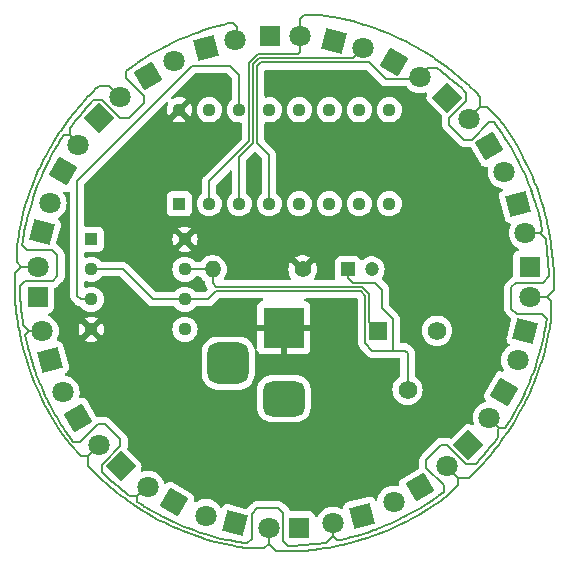
<source format=gbr>
%TF.GenerationSoftware,KiCad,Pcbnew,8.0.9*%
%TF.CreationDate,2025-12-11T14:47:33+01:00*%
%TF.ProjectId,Project,50726f6a-6563-4742-9e6b-696361645f70,rev?*%
%TF.SameCoordinates,Original*%
%TF.FileFunction,Copper,L1,Top*%
%TF.FilePolarity,Positive*%
%FSLAX46Y46*%
G04 Gerber Fmt 4.6, Leading zero omitted, Abs format (unit mm)*
G04 Created by KiCad (PCBNEW 8.0.9) date 2025-12-11 14:47:33*
%MOMM*%
%LPD*%
G01*
G04 APERTURE LIST*
G04 Aperture macros list*
%AMRoundRect*
0 Rectangle with rounded corners*
0 $1 Rounding radius*
0 $2 $3 $4 $5 $6 $7 $8 $9 X,Y pos of 4 corners*
0 Add a 4 corners polygon primitive as box body*
4,1,4,$2,$3,$4,$5,$6,$7,$8,$9,$2,$3,0*
0 Add four circle primitives for the rounded corners*
1,1,$1+$1,$2,$3*
1,1,$1+$1,$4,$5*
1,1,$1+$1,$6,$7*
1,1,$1+$1,$8,$9*
0 Add four rect primitives between the rounded corners*
20,1,$1+$1,$2,$3,$4,$5,0*
20,1,$1+$1,$4,$5,$6,$7,0*
20,1,$1+$1,$6,$7,$8,$9,0*
20,1,$1+$1,$8,$9,$2,$3,0*%
%AMRotRect*
0 Rectangle, with rotation*
0 The origin of the aperture is its center*
0 $1 length*
0 $2 width*
0 $3 Rotation angle, in degrees counterclockwise*
0 Add horizontal line*
21,1,$1,$2,0,0,$3*%
G04 Aperture macros list end*
%TA.AperFunction,ComponentPad*%
%ADD10R,3.500000X3.500000*%
%TD*%
%TA.AperFunction,ComponentPad*%
%ADD11RoundRect,0.750000X1.000000X-0.750000X1.000000X0.750000X-1.000000X0.750000X-1.000000X-0.750000X0*%
%TD*%
%TA.AperFunction,ComponentPad*%
%ADD12RoundRect,0.875000X0.875000X-0.875000X0.875000X0.875000X-0.875000X0.875000X-0.875000X-0.875000X0*%
%TD*%
%TA.AperFunction,ComponentPad*%
%ADD13R,1.560000X1.560000*%
%TD*%
%TA.AperFunction,ComponentPad*%
%ADD14C,1.560000*%
%TD*%
%TA.AperFunction,ComponentPad*%
%ADD15C,1.400000*%
%TD*%
%TA.AperFunction,ComponentPad*%
%ADD16O,1.400000X1.400000*%
%TD*%
%TA.AperFunction,ComponentPad*%
%ADD17R,1.130000X1.130000*%
%TD*%
%TA.AperFunction,ComponentPad*%
%ADD18C,1.130000*%
%TD*%
%TA.AperFunction,ComponentPad*%
%ADD19RotRect,1.800000X1.800000X15.000000*%
%TD*%
%TA.AperFunction,ComponentPad*%
%ADD20C,1.800000*%
%TD*%
%TA.AperFunction,ComponentPad*%
%ADD21RotRect,1.800000X1.800000X60.000000*%
%TD*%
%TA.AperFunction,ComponentPad*%
%ADD22RotRect,1.800000X1.800000X105.000000*%
%TD*%
%TA.AperFunction,ComponentPad*%
%ADD23RotRect,1.800000X1.800000X150.000000*%
%TD*%
%TA.AperFunction,ComponentPad*%
%ADD24RotRect,1.800000X1.800000X195.000000*%
%TD*%
%TA.AperFunction,ComponentPad*%
%ADD25RotRect,1.800000X1.800000X240.000000*%
%TD*%
%TA.AperFunction,ComponentPad*%
%ADD26RotRect,1.800000X1.800000X285.000000*%
%TD*%
%TA.AperFunction,ComponentPad*%
%ADD27RotRect,1.800000X1.800000X330.000000*%
%TD*%
%TA.AperFunction,ComponentPad*%
%ADD28RotRect,1.800000X1.800000X30.000000*%
%TD*%
%TA.AperFunction,ComponentPad*%
%ADD29RotRect,1.800000X1.800000X75.000000*%
%TD*%
%TA.AperFunction,ComponentPad*%
%ADD30RotRect,1.800000X1.800000X120.000000*%
%TD*%
%TA.AperFunction,ComponentPad*%
%ADD31RotRect,1.800000X1.800000X165.000000*%
%TD*%
%TA.AperFunction,ComponentPad*%
%ADD32RotRect,1.800000X1.800000X210.000000*%
%TD*%
%TA.AperFunction,ComponentPad*%
%ADD33RotRect,1.800000X1.800000X255.000000*%
%TD*%
%TA.AperFunction,ComponentPad*%
%ADD34RotRect,1.800000X1.800000X300.000000*%
%TD*%
%TA.AperFunction,ComponentPad*%
%ADD35RotRect,1.800000X1.800000X345.000000*%
%TD*%
%TA.AperFunction,ComponentPad*%
%ADD36RotRect,1.800000X1.800000X45.000000*%
%TD*%
%TA.AperFunction,ComponentPad*%
%ADD37R,1.800000X1.800000*%
%TD*%
%TA.AperFunction,ComponentPad*%
%ADD38RotRect,1.800000X1.800000X135.000000*%
%TD*%
%TA.AperFunction,ComponentPad*%
%ADD39RotRect,1.800000X1.800000X225.000000*%
%TD*%
%TA.AperFunction,ComponentPad*%
%ADD40RotRect,1.800000X1.800000X315.000000*%
%TD*%
%TA.AperFunction,ComponentPad*%
%ADD41C,1.200000*%
%TD*%
%TA.AperFunction,ComponentPad*%
%ADD42R,1.200000X1.200000*%
%TD*%
%TA.AperFunction,Conductor*%
%ADD43C,0.200000*%
%TD*%
G04 APERTURE END LIST*
D10*
%TO.P,J1,1*%
%TO.N,+12V*%
X159613601Y-70758799D03*
D11*
%TO.P,J1,2*%
%TO.N,GND*%
X159613600Y-76758800D03*
D12*
%TO.P,J1,3*%
%TO.N,unconnected-(J1-Pad3)*%
X154913600Y-73758800D03*
%TD*%
D13*
%TO.P,RV1,1,1*%
%TO.N,/POT*%
X167578400Y-71013600D03*
D14*
%TO.P,RV1,2,2*%
%TO.N,Net-(IC2-THRES)*%
X170078400Y-76013600D03*
%TO.P,RV1,3,3*%
%TO.N,unconnected-(RV1-Pad3)*%
X172578400Y-71013600D03*
%TD*%
D15*
%TO.P,R1,1*%
%TO.N,+12V*%
X161188399Y-65811400D03*
D16*
%TO.P,R1,2*%
%TO.N,/POT*%
X153568399Y-65811400D03*
%TD*%
D17*
%TO.P,IC2,1,GND*%
%TO.N,GND*%
X143291600Y-63271400D03*
D18*
%TO.P,IC2,2,TRIG*%
%TO.N,Net-(IC2-THRES)*%
X143291600Y-65811400D03*
%TO.P,IC2,3,OUT*%
%TO.N,Net-(IC1-CLOCK)*%
X143291600Y-68351400D03*
%TO.P,IC2,4,RESET*%
%TO.N,+12V*%
X143291600Y-70891400D03*
%TO.P,IC2,5,CONT*%
%TO.N,unconnected-(IC2-CONT-Pad5)*%
X151231600Y-70891400D03*
%TO.P,IC2,6,THRES*%
%TO.N,Net-(IC2-THRES)*%
X151231600Y-68351400D03*
%TO.P,IC2,7,DISCH*%
%TO.N,/POT*%
X151231600Y-65811400D03*
%TO.P,IC2,8,VCC*%
%TO.N,+12V*%
X151231600Y-63271400D03*
%TD*%
D17*
%TO.P,IC1,1,Q5*%
%TO.N,unconnected-(IC1-Q5-Pad1)*%
X150749000Y-60256400D03*
D18*
%TO.P,IC1,2,Q1*%
%TO.N,/LED_RED/LED_RED*%
X153289001Y-60256399D03*
%TO.P,IC1,3,Q0*%
%TO.N,/LED_GREEN/LED_GREEN*%
X155829000Y-60256400D03*
%TO.P,IC1,4,Q2*%
%TO.N,/LED_BLUE/LED_BLUE*%
X158369000Y-60256402D03*
%TO.P,IC1,5,Q6*%
%TO.N,unconnected-(IC1-Q6-Pad5)*%
X160908999Y-60256401D03*
%TO.P,IC1,6,Q7*%
%TO.N,unconnected-(IC1-Q7-Pad6)*%
X163449000Y-60256400D03*
%TO.P,IC1,7,Q3*%
%TO.N,/RESET*%
X165989000Y-60256402D03*
%TO.P,IC1,8,VSS*%
%TO.N,GND*%
X168528999Y-60256400D03*
%TO.P,IC1,9,Q8*%
%TO.N,unconnected-(IC1-Q8-Pad9)*%
X168529000Y-52316400D03*
%TO.P,IC1,10,Q4*%
%TO.N,unconnected-(IC1-Q4-Pad10)*%
X165988999Y-52316401D03*
%TO.P,IC1,11,Q9*%
%TO.N,unconnected-(IC1-Q9-Pad11)*%
X163449000Y-52316400D03*
%TO.P,IC1,12,COUT*%
%TO.N,unconnected-(IC1-COUT-Pad12)*%
X160909000Y-52316398D03*
%TO.P,IC1,13,CKEN*%
%TO.N,GND*%
X158369001Y-52316399D03*
%TO.P,IC1,14,CLOCK*%
%TO.N,Net-(IC1-CLOCK)*%
X155829000Y-52316400D03*
%TO.P,IC1,15,RESET*%
%TO.N,/RESET*%
X153289000Y-52316398D03*
%TO.P,IC1,16,VDD*%
%TO.N,+12V*%
X150749001Y-52316400D03*
%TD*%
D19*
%TO.P,D24,1,K*%
%TO.N,GND*%
X153045348Y-47088600D03*
D20*
%TO.P,D24,2,A*%
%TO.N,/LED_BLUE/LED_BLUE*%
X155498800Y-46431200D03*
%TD*%
D21*
%TO.P,D23,1,K*%
%TO.N,GND*%
X140919199Y-57520905D03*
D20*
%TO.P,D23,2,A*%
%TO.N,/LED_BLUE/LED_BLUE*%
X142189200Y-55321200D03*
%TD*%
D22*
%TO.P,D22,1,K*%
%TO.N,GND*%
X139800100Y-73489727D03*
D20*
%TO.P,D22,2,A*%
%TO.N,/LED_BLUE/LED_BLUE*%
X139142700Y-71036274D03*
%TD*%
%TO.P,D21,2,A*%
%TO.N,/LED_BLUE/LED_BLUE*%
X148092094Y-84277198D03*
D23*
%TO.P,D21,1,K*%
%TO.N,GND*%
X150291800Y-85547200D03*
%TD*%
D24*
%TO.P,D20,1,K*%
%TO.N,GND*%
X166207254Y-86667798D03*
D20*
%TO.P,D20,2,A*%
%TO.N,/LED_BLUE/LED_BLUE*%
X163753800Y-87325200D03*
%TD*%
D25*
%TO.P,D19,1,K*%
%TO.N,GND*%
X178282600Y-76184694D03*
D20*
%TO.P,D19,2,A*%
%TO.N,/LED_BLUE/LED_BLUE*%
X177012600Y-78384400D03*
%TD*%
%TO.P,D18,2,A*%
%TO.N,/LED_BLUE/LED_BLUE*%
X180060600Y-62738000D03*
D26*
%TO.P,D18,1,K*%
%TO.N,GND*%
X179403199Y-60284548D03*
%TD*%
D20*
%TO.P,D17,2,A*%
%TO.N,/LED_BLUE/LED_BLUE*%
X171152852Y-49504600D03*
D27*
%TO.P,D17,1,K*%
%TO.N,GND*%
X168953147Y-48234600D03*
%TD*%
D20*
%TO.P,D16,2,A*%
%TO.N,/LED_GREEN/LED_GREEN*%
X150317200Y-48183800D03*
D28*
%TO.P,D16,1,K*%
%TO.N,GND*%
X148117495Y-49453800D03*
%TD*%
D29*
%TO.P,D15,1,K*%
%TO.N,GND*%
X139144198Y-62676852D03*
D20*
%TO.P,D15,2,A*%
%TO.N,/LED_GREEN/LED_GREEN*%
X139801600Y-60223400D03*
%TD*%
D30*
%TO.P,D14,1,K*%
%TO.N,GND*%
X142189200Y-78399706D03*
D20*
%TO.P,D14,2,A*%
%TO.N,/LED_GREEN/LED_GREEN*%
X140919200Y-76200000D03*
%TD*%
D31*
%TO.P,D13,1,K*%
%TO.N,GND*%
X155437655Y-87322200D03*
D20*
%TO.P,D13,2,A*%
%TO.N,/LED_GREEN/LED_GREEN*%
X152984200Y-86664800D03*
%TD*%
D32*
%TO.P,D12,1,K*%
%TO.N,GND*%
X171109706Y-84277198D03*
D20*
%TO.P,D12,2,A*%
%TO.N,/LED_GREEN/LED_GREEN*%
X168910000Y-85547200D03*
%TD*%
D33*
%TO.P,D11,1,K*%
%TO.N,GND*%
X180057600Y-71054147D03*
D20*
%TO.P,D11,2,A*%
%TO.N,/LED_GREEN/LED_GREEN*%
X179400200Y-73507600D03*
%TD*%
%TO.P,D10,2,A*%
%TO.N,/LED_GREEN/LED_GREEN*%
X178282601Y-57589452D03*
D34*
%TO.P,D10,1,K*%
%TO.N,GND*%
X177012600Y-55389747D03*
%TD*%
D20*
%TO.P,D9,2,A*%
%TO.N,/LED_GREEN/LED_GREEN*%
X166268400Y-47117000D03*
D35*
%TO.P,D9,1,K*%
%TO.N,GND*%
X163814948Y-46459600D03*
%TD*%
D36*
%TO.P,D8,1,K*%
%TO.N,GND*%
X143974548Y-53027851D03*
D20*
%TO.P,D8,2,A*%
%TO.N,/LED_RED/LED_RED*%
X145770600Y-51231800D03*
%TD*%
D37*
%TO.P,D7,1,K*%
%TO.N,GND*%
X138760199Y-68122801D03*
D20*
%TO.P,D7,2,A*%
%TO.N,/LED_RED/LED_RED*%
X138760200Y-65582800D03*
%TD*%
D38*
%TO.P,D6,1,K*%
%TO.N,GND*%
X145779626Y-82508226D03*
D20*
%TO.P,D6,2,A*%
%TO.N,/LED_RED/LED_RED*%
X143983574Y-80712172D03*
%TD*%
D37*
%TO.P,D5,1,K*%
%TO.N,GND*%
X160858201Y-87706200D03*
D20*
%TO.P,D5,2,A*%
%TO.N,/LED_RED/LED_RED*%
X158318198Y-87706201D03*
%TD*%
D39*
%TO.P,D4,1,K*%
%TO.N,GND*%
X175227252Y-80703147D03*
D20*
%TO.P,D4,2,A*%
%TO.N,/LED_RED/LED_RED*%
X173431200Y-82499200D03*
%TD*%
D37*
%TO.P,D3,1,K*%
%TO.N,GND*%
X180441600Y-65633599D03*
D20*
%TO.P,D3,2,A*%
%TO.N,/LED_RED/LED_RED*%
X180441601Y-68173600D03*
%TD*%
D40*
%TO.P,D2,1,K*%
%TO.N,GND*%
X173447574Y-51273574D03*
D20*
%TO.P,D2,2,A*%
%TO.N,/LED_RED/LED_RED*%
X175243626Y-53069625D03*
%TD*%
D37*
%TO.P,D1,1,K*%
%TO.N,GND*%
X158400000Y-46075600D03*
D20*
%TO.P,D1,2,A*%
%TO.N,/LED_RED/LED_RED*%
X160940000Y-46075600D03*
%TD*%
D41*
%TO.P,C1,2*%
%TO.N,GND*%
X167041801Y-65811400D03*
D42*
%TO.P,C1,1*%
%TO.N,Net-(IC2-THRES)*%
X165041801Y-65811400D03*
%TD*%
D43*
%TO.N,Net-(IC2-THRES)*%
X165041801Y-66566001D02*
X165041801Y-65811400D01*
X165441400Y-66965600D02*
X165041801Y-66566001D01*
X167919400Y-69113400D02*
X167919400Y-67533352D01*
X168808400Y-70002400D02*
X167919400Y-69113400D01*
X167351648Y-66965600D02*
X165441400Y-66965600D01*
X168808400Y-72694800D02*
X168808400Y-70002400D01*
X167919400Y-67533352D02*
X167351648Y-66965600D01*
%TO.N,/LED_BLUE/LED_BLUE*%
X141587056Y-80173006D02*
X141429616Y-79956782D01*
X141782773Y-80441800D02*
X141587056Y-80173006D01*
X142366999Y-80441800D02*
X141782773Y-80441800D01*
X143865598Y-78943197D02*
X142366999Y-80441800D01*
X145770598Y-80213200D02*
X144500600Y-78943200D01*
X144500600Y-78943200D02*
X143865598Y-78943197D01*
X145770599Y-80797399D02*
X145770598Y-80213200D01*
X144206834Y-82361165D02*
X144359234Y-82208765D01*
X144206834Y-82998739D02*
X144206834Y-82361165D01*
X144359234Y-82208765D02*
X145770599Y-80797399D01*
X144379419Y-83171324D02*
X144206834Y-82998739D01*
X144388740Y-83171322D02*
X144379419Y-83171324D01*
X144483554Y-83266137D02*
X144388740Y-83171322D01*
X145201624Y-83903304D02*
X144974846Y-83713462D01*
X145692591Y-84314308D02*
X145201624Y-83903304D01*
X146051814Y-84590445D02*
X145997373Y-84548596D01*
X145908965Y-84480636D02*
X145692593Y-84314309D01*
X144974846Y-83713462D02*
X144483554Y-83266137D01*
X146434652Y-84884736D02*
X146051814Y-84590445D01*
X145692593Y-84314309D02*
X145692591Y-84314308D01*
X145997373Y-84548596D02*
X145908965Y-84480636D01*
X146454336Y-84884736D02*
X146434652Y-84884736D01*
X146592425Y-85022825D02*
X146454336Y-84884736D01*
X147199617Y-85022825D02*
X146592425Y-85022825D01*
X181854343Y-70006616D02*
X181441232Y-69593505D01*
X178351378Y-79292181D02*
X177849129Y-79292181D01*
X177374191Y-53340000D02*
X177399524Y-53365333D01*
X177012600Y-53340000D02*
X177374191Y-53340000D01*
X181488439Y-62580161D02*
X181330600Y-62738000D01*
X181488439Y-62408190D02*
X181488439Y-62580161D01*
X177595241Y-53634129D02*
X177752680Y-53850350D01*
X181209299Y-61219450D02*
X181190680Y-61147985D01*
X180540089Y-59091983D02*
X180568609Y-59173097D01*
X181337978Y-61713366D02*
X181325658Y-61666072D01*
X181415948Y-62073430D02*
X181350772Y-61772449D01*
X177399524Y-53365333D02*
X177595241Y-53634129D01*
X181350771Y-61772447D02*
X181337978Y-61713366D01*
X177999994Y-54201122D02*
X177935923Y-54104961D01*
X178062469Y-54294887D02*
X177999994Y-54201122D01*
X180841863Y-59956028D02*
X180828537Y-59912402D01*
X180629941Y-59347544D02*
X180593312Y-59243363D01*
X180828537Y-59912402D02*
X180732534Y-59639346D01*
X180732534Y-59639346D02*
X180629941Y-59347544D01*
X178265565Y-54599699D02*
X178062469Y-54294887D01*
X179543185Y-56814605D02*
X179788386Y-57305902D01*
X177907495Y-54076533D02*
X177907495Y-54062971D01*
X181102000Y-60807600D02*
X180990849Y-60443747D01*
X181325658Y-61666072D02*
X181277593Y-61481596D01*
X180990849Y-60443747D02*
X180841863Y-59956028D01*
X181277593Y-61481596D02*
X181209299Y-61219450D01*
X181190680Y-61147985D02*
X181102000Y-60807600D01*
X180593312Y-59243363D02*
X180578480Y-59201176D01*
X181350772Y-61772449D02*
X181350771Y-61772447D01*
X180578480Y-59201176D02*
X180540089Y-59091983D01*
X177935923Y-54104961D02*
X177907495Y-54076533D01*
X181488439Y-62408190D02*
X181415948Y-62073430D01*
X181488440Y-62408190D02*
X181488439Y-62408190D01*
X179507656Y-56743414D02*
X179543185Y-56814605D01*
X177752680Y-53850350D02*
X177648046Y-53706648D01*
X180003286Y-57785441D02*
X180003286Y-57785442D01*
X180518083Y-59029393D02*
X180540089Y-59091983D01*
X180003286Y-57785442D02*
X180171168Y-58160060D01*
X179788386Y-57305902D02*
X180003286Y-57785441D01*
X178917927Y-55648998D02*
X179370404Y-56468408D01*
X178431805Y-54849196D02*
X178823868Y-55494243D01*
X177907495Y-54062971D02*
X177752680Y-53850350D01*
X180223424Y-58291007D02*
X180373456Y-58666968D01*
X180171168Y-58160060D02*
X180223424Y-58291007D01*
X180373456Y-58666968D02*
X180518083Y-59029393D01*
X178823868Y-55494243D02*
X178917927Y-55648998D01*
X179370404Y-56468408D02*
X179507656Y-56743414D01*
X178265565Y-54599699D02*
X178431805Y-54849196D01*
X181281943Y-66935349D02*
X181539850Y-66935349D01*
X171854142Y-48803310D02*
X171879544Y-48803310D01*
X171152852Y-49504600D02*
X171854142Y-48803310D01*
X172608689Y-48803309D02*
X172668159Y-48845207D01*
X172668159Y-48845207D02*
X172793797Y-48970845D01*
X171879544Y-48803310D02*
X172608689Y-48803309D01*
X175031400Y-51587400D02*
X175031400Y-50866625D01*
X175031400Y-50866625D02*
X174849032Y-50684258D01*
X173231078Y-49306986D02*
X173319487Y-49374945D01*
X174839711Y-50684259D02*
X174849032Y-50684258D01*
X173176637Y-49265137D02*
X173231078Y-49306986D01*
X173535860Y-49541273D02*
X174026827Y-49952277D01*
X174026827Y-49952277D02*
X174253605Y-50142120D01*
X174253605Y-50142120D02*
X174744898Y-50589444D01*
X174744898Y-50589444D02*
X174839711Y-50684259D01*
X172793797Y-48970845D02*
X173176637Y-49265137D01*
X173319487Y-49374945D02*
X173535858Y-49541272D01*
X173535858Y-49541272D02*
X173535860Y-49541273D01*
X174879000Y-54838600D02*
X175514000Y-54838600D01*
X173609000Y-53568600D02*
X174879000Y-54838600D01*
X173609000Y-52984400D02*
X173609000Y-53568600D01*
X175514000Y-54838600D02*
X177012600Y-53340000D01*
X175020366Y-51573034D02*
X173609000Y-52984400D01*
X168230423Y-49714023D02*
X170943429Y-49714023D01*
X157367200Y-48613774D02*
X157681374Y-48299600D01*
X157681374Y-48299600D02*
X166816000Y-48299600D01*
X170943429Y-49714023D02*
X171152852Y-49504600D01*
X158369000Y-56159400D02*
X157367200Y-55157600D01*
X158369000Y-60256402D02*
X158369000Y-56159400D01*
X157367200Y-55157600D02*
X157367200Y-48613774D01*
X166816000Y-48299600D02*
X168230423Y-49714023D01*
%TO.N,/LED_RED/LED_RED*%
X160940000Y-47441600D02*
X160940000Y-46075600D01*
X157391424Y-47599600D02*
X160782000Y-47599600D01*
X160782000Y-47599600D02*
X160940000Y-47441600D01*
X156667200Y-48323824D02*
X157391424Y-47599600D01*
X153289001Y-58343799D02*
X156667200Y-54965600D01*
X156667200Y-54965600D02*
X156667200Y-48323824D01*
X153289001Y-60256399D02*
X153289001Y-58343799D01*
%TO.N,/LED_GREEN/LED_GREEN*%
X165435800Y-47949600D02*
X166268400Y-47117000D01*
X157017200Y-48468799D02*
X157536399Y-47949600D01*
X157017200Y-55110575D02*
X157017200Y-48468799D01*
X156762288Y-55365487D02*
X157017200Y-55110575D01*
X155829000Y-56298774D02*
X156762288Y-55365487D01*
X155829000Y-60256400D02*
X155829000Y-56298774D01*
X157536399Y-47949600D02*
X165435800Y-47949600D01*
%TO.N,/POT*%
X153568399Y-66979799D02*
X153568399Y-65811400D01*
X153904200Y-67315600D02*
X153568399Y-66979799D01*
X166847000Y-67901625D02*
X166260975Y-67315600D01*
X166847000Y-70282200D02*
X166847000Y-67901625D01*
X166260975Y-67315600D02*
X153904200Y-67315600D01*
X167578400Y-71013600D02*
X166847000Y-70282200D01*
%TO.N,Net-(IC2-THRES)*%
X170078400Y-72898000D02*
X170078400Y-76013600D01*
X169875200Y-72694800D02*
X170078400Y-72898000D01*
X166497000Y-72092200D02*
X167099600Y-72694800D01*
X167099600Y-72694800D02*
X169875200Y-72694800D01*
X166497000Y-68046600D02*
X166497000Y-72092200D01*
X153873200Y-67665600D02*
X166116000Y-67665600D01*
X153187400Y-68351400D02*
X153873200Y-67665600D01*
X166116000Y-67665600D02*
X166497000Y-68046600D01*
X151231600Y-68351400D02*
X153187400Y-68351400D01*
%TO.N,Net-(IC1-CLOCK)*%
X155041600Y-48590200D02*
X155829000Y-49377600D01*
X151833014Y-48590200D02*
X155041600Y-48590200D01*
X142113000Y-58310214D02*
X151833014Y-48590200D01*
X142417800Y-68351400D02*
X142113000Y-68046600D01*
X142113000Y-68046600D02*
X142113000Y-58310214D01*
X143291600Y-68351400D02*
X142417800Y-68351400D01*
X155829000Y-49377600D02*
X155829000Y-52316400D01*
%TO.N,Net-(IC2-THRES)*%
X148539200Y-68351400D02*
X145999200Y-65811400D01*
X151231600Y-68351400D02*
X148539200Y-68351400D01*
X145999200Y-65811400D02*
X143291600Y-65811400D01*
%TO.N,/LED_BLUE/LED_BLUE*%
X141462807Y-53857026D02*
X141669570Y-53650263D01*
X141462807Y-54464218D02*
X141462807Y-53857026D01*
X142189200Y-55190611D02*
X141462807Y-54464218D01*
X142189200Y-55321200D02*
X142189200Y-55190611D01*
X137504124Y-70498923D02*
X138049000Y-71043799D01*
X137504124Y-70253458D02*
X137504124Y-70498923D01*
X147184480Y-85007688D02*
X147199617Y-85022825D01*
X163215093Y-88981506D02*
X163779199Y-88417400D01*
X162988857Y-88981506D02*
X163215093Y-88981506D01*
X177743087Y-79398223D02*
X177849129Y-79292181D01*
X177743087Y-80051931D02*
X177743087Y-79398223D01*
X182049515Y-66425684D02*
X182049515Y-66167777D01*
X181539850Y-66935349D02*
X182049515Y-66425684D01*
X181330600Y-62738000D02*
X181279800Y-62738000D01*
X177448797Y-80434771D02*
X177743087Y-80051931D01*
X177406948Y-80489213D02*
X177448797Y-80434771D01*
X177172660Y-80793995D02*
X177172661Y-80793993D01*
X176761656Y-81284960D02*
X177172660Y-80793995D01*
X176571814Y-81511739D02*
X176761656Y-81284960D01*
X177338989Y-80577623D02*
X177406948Y-80489213D01*
X176124492Y-82003031D02*
X176571814Y-81511739D01*
X176029677Y-82107167D02*
X176029675Y-82097845D01*
X176029675Y-82097845D02*
X176124492Y-82003031D01*
X175860905Y-82275939D02*
X176029677Y-82107167D01*
X177172661Y-80793993D02*
X177338989Y-80577623D01*
X173431202Y-80695802D02*
X175011339Y-82275939D01*
X171678598Y-81965801D02*
X172948602Y-80695802D01*
X173177199Y-84683627D02*
X173177199Y-84099401D01*
X173177199Y-84099401D02*
X171678600Y-82600801D01*
X175011339Y-82275939D02*
X175860905Y-82275939D01*
X172948602Y-80695802D02*
X173431202Y-80695802D01*
X171678600Y-82600801D02*
X171678598Y-81965801D01*
X172908406Y-84879346D02*
X173177199Y-84683627D01*
X172692183Y-85036783D02*
X172908406Y-84879346D01*
X159975213Y-89223212D02*
X160324022Y-89223212D01*
X159556450Y-88804449D02*
X159975213Y-89223212D01*
X159556450Y-88455639D02*
X159556450Y-88804449D01*
X137262420Y-67220580D02*
X137262420Y-67588624D01*
X137661950Y-66821050D02*
X137262420Y-67220580D01*
X138029993Y-66821050D02*
X137661950Y-66821050D01*
X143532274Y-51455059D02*
X143382984Y-51604349D01*
X144190459Y-51455059D02*
X143532274Y-51455059D01*
X145741792Y-53006392D02*
X144190459Y-51455059D01*
X146464060Y-53006393D02*
X145879859Y-53006392D01*
X145879859Y-53006392D02*
X145741792Y-53006392D01*
X147734060Y-51101394D02*
X147734060Y-51736394D01*
X147734060Y-51736394D02*
X146464060Y-53006393D01*
X146235460Y-49602793D02*
X147734060Y-51101394D01*
X146235460Y-49018566D02*
X146235460Y-49602793D01*
X146504255Y-48822846D02*
X146235460Y-49018566D01*
X146720477Y-48665410D02*
X146504255Y-48822846D01*
X153677726Y-45316089D02*
X153313871Y-45427240D01*
X152826154Y-45576226D02*
X152782528Y-45589553D01*
X152782528Y-45589553D02*
X152509473Y-45685556D01*
X153313871Y-45427240D02*
X152826154Y-45576226D01*
X154018111Y-45227411D02*
X153677726Y-45316089D01*
X152217672Y-45788149D02*
X152113489Y-45824778D01*
X154089578Y-45208790D02*
X154018111Y-45227411D01*
X152113489Y-45824778D02*
X152071302Y-45839609D01*
X154642576Y-45067317D02*
X154642574Y-45067318D01*
X152071302Y-45839609D02*
X151962109Y-45878000D01*
X154536199Y-45092433D02*
X154351722Y-45140494D01*
X154351722Y-45140494D02*
X154089578Y-45208790D01*
X152509473Y-45685556D02*
X152217672Y-45788149D01*
X154943558Y-45002141D02*
X154642576Y-45067317D01*
X154642574Y-45067318D02*
X154583492Y-45080110D01*
X154583492Y-45080110D02*
X154536199Y-45092433D01*
X155278316Y-44929650D02*
X154943558Y-45002141D01*
X155278317Y-44929650D02*
X155278316Y-44929650D01*
X155633460Y-45284794D02*
X155278317Y-44929650D01*
X155633461Y-46554795D02*
X155633460Y-45284794D01*
X146946659Y-48510594D02*
X146933097Y-48510594D01*
X147071249Y-48418095D02*
X146975086Y-48482167D01*
X147165013Y-48355620D02*
X147071249Y-48418095D01*
X146975086Y-48482167D02*
X146946659Y-48510594D01*
X147469827Y-48152524D02*
X147165013Y-48355620D01*
X142073670Y-53124573D02*
X142239997Y-52908202D01*
X142239997Y-52908202D02*
X142240000Y-52908200D01*
X142005711Y-53212983D02*
X142073670Y-53124573D01*
X141669570Y-53650263D02*
X141963863Y-53267423D01*
X142240000Y-52908200D02*
X142651002Y-52417235D01*
X141963863Y-53267423D02*
X142005711Y-53212983D01*
X143288169Y-51699164D02*
X143382984Y-51604349D01*
X142651002Y-52417235D02*
X142840845Y-52190456D01*
X142400060Y-55462541D02*
X141669571Y-54732052D01*
X142840845Y-52190456D02*
X143288169Y-51699164D01*
X151962109Y-45878000D02*
X152043225Y-45849480D01*
X149684730Y-46874904D02*
X150176027Y-46629703D01*
X150655567Y-46414803D02*
X150655570Y-46414801D01*
X149613541Y-46910433D02*
X149684730Y-46874904D01*
X151899519Y-45900006D02*
X151962109Y-45878000D01*
X150176027Y-46629703D02*
X150655567Y-46414803D01*
X150655570Y-46414801D02*
X151030186Y-46246920D01*
X151161134Y-46194666D02*
X151537094Y-46044635D01*
X151030186Y-46246920D02*
X151161134Y-46194666D01*
X148519124Y-47500160D02*
X149338535Y-47047687D01*
X151537094Y-46044635D02*
X151899519Y-45900006D01*
X148364368Y-47594221D02*
X148519124Y-47500160D01*
X149338535Y-47047687D02*
X149613541Y-46910433D01*
X147719323Y-47986284D02*
X148364368Y-47594221D01*
X147469827Y-48152524D02*
X147719323Y-47986284D01*
X146720477Y-48665410D02*
X146576774Y-48770043D01*
X146933097Y-48510594D02*
X146720477Y-48665410D01*
X140102023Y-55869260D02*
X139923335Y-56205140D01*
X139683817Y-56655356D02*
X139662389Y-56695628D01*
X139662389Y-56695628D02*
X139537196Y-56956592D01*
X139923335Y-56205140D02*
X139683817Y-56655356D01*
X140280007Y-55565868D02*
X140102023Y-55869260D01*
X139403406Y-57235472D02*
X139355637Y-57335039D01*
X140317375Y-55502165D02*
X140280007Y-55565868D01*
X139355637Y-57335039D02*
X139336295Y-57375357D01*
X140608367Y-55011100D02*
X140608365Y-55011102D01*
X139336295Y-57375357D02*
X139286231Y-57479715D01*
X140550906Y-55104081D02*
X140454445Y-55268508D01*
X140454445Y-55268508D02*
X140317375Y-55502165D01*
X139537196Y-56956592D02*
X139403406Y-57235472D01*
X140775107Y-54752188D02*
X140608367Y-55011100D01*
X140608365Y-55011102D02*
X140575634Y-55061923D01*
X140575634Y-55061923D02*
X140550906Y-55104081D01*
X140960558Y-54464218D02*
X140775107Y-54752188D01*
X141462807Y-54464218D02*
X140960558Y-54464218D01*
X137601295Y-62887698D02*
X137591706Y-62897288D01*
X137623989Y-62734194D02*
X137601294Y-62847498D01*
X137646112Y-62623716D02*
X137623989Y-62734194D01*
X137601294Y-62847498D02*
X137601295Y-62887698D01*
X137718038Y-62264570D02*
X137646112Y-62623716D01*
X137418147Y-69595998D02*
X137382762Y-69325390D01*
X137457593Y-63749784D02*
X137509264Y-63421323D01*
X137382762Y-69325390D02*
X137382762Y-69325387D01*
X137432608Y-69706570D02*
X137418147Y-69595998D01*
X137504124Y-70253458D02*
X137441513Y-69774654D01*
X137382762Y-69325387D02*
X137326220Y-68687599D01*
X140439058Y-64611908D02*
X139990044Y-64162896D01*
X137269012Y-67595214D02*
X137262420Y-67588624D01*
X140025964Y-66821052D02*
X140439056Y-66407960D01*
X138029993Y-66821050D02*
X140025964Y-66821052D01*
X139990044Y-64162896D02*
X137870703Y-64162895D01*
X137441513Y-69774654D02*
X137432608Y-69706570D01*
X137269011Y-67729303D02*
X137269012Y-67595214D01*
X137326220Y-68687599D02*
X137300102Y-68393003D01*
X137870703Y-64162895D02*
X137457593Y-63749784D01*
X140439056Y-66407960D02*
X140439058Y-64611908D01*
X137509264Y-63421323D02*
X137550832Y-63157104D01*
X137300102Y-68393003D02*
X137269011Y-67729303D01*
X139286231Y-57479715D02*
X139323422Y-57402192D01*
X138380797Y-59794984D02*
X138554813Y-59274200D01*
X138741942Y-58783158D02*
X138741944Y-58783154D01*
X138355581Y-59870444D02*
X138380797Y-59794984D01*
X139257531Y-57539534D02*
X139286231Y-57479715D01*
X138554813Y-59274200D02*
X138741942Y-58783158D01*
X138741944Y-58783154D02*
X138888126Y-58399551D01*
X138943771Y-58270007D02*
X139103526Y-57898076D01*
X138888126Y-58399551D02*
X138943771Y-58270007D01*
X137998712Y-61061313D02*
X138258176Y-60161957D01*
X139103526Y-57898076D02*
X139257531Y-57539534D01*
X137955793Y-61237254D02*
X137998712Y-61061313D01*
X138258176Y-60161957D02*
X138355581Y-59870444D01*
X137776909Y-61970600D02*
X137955793Y-61237254D01*
X137718038Y-62264570D02*
X137776909Y-61970600D01*
X137550832Y-63157104D02*
X137523206Y-63332707D01*
X137591706Y-62897288D02*
X137550832Y-63157104D01*
X138080296Y-72999533D02*
X138191447Y-73363387D01*
X138340433Y-73851105D02*
X138353757Y-73894730D01*
X138353757Y-73894730D02*
X138449761Y-74167784D01*
X138191447Y-73363387D02*
X138340433Y-73851105D01*
X137991615Y-72659148D02*
X138080296Y-72999533D01*
X138552356Y-74459587D02*
X138588984Y-74563770D01*
X137972996Y-72587683D02*
X137991615Y-72659148D01*
X138588984Y-74563770D02*
X138603817Y-74605957D01*
X137831522Y-72034685D02*
X137831525Y-72034688D01*
X138603817Y-74605957D02*
X138642207Y-74715150D01*
X137856639Y-72141063D02*
X137904703Y-72325537D01*
X137904703Y-72325537D02*
X137972996Y-72587683D01*
X138449761Y-74167784D02*
X138552356Y-74459587D01*
X137766349Y-71733703D02*
X137831522Y-72034685D01*
X137831525Y-72034688D02*
X137844316Y-72093766D01*
X137844316Y-72093766D02*
X137856639Y-72141063D01*
X137693857Y-71398944D02*
X137766349Y-71733703D01*
X138049000Y-71043799D02*
X137693857Y-71398944D01*
X139319000Y-71043800D02*
X138049000Y-71043799D01*
X141274799Y-79730599D02*
X141274800Y-79744162D01*
X141182303Y-79606013D02*
X141246372Y-79702173D01*
X141119827Y-79512246D02*
X141182303Y-79606013D01*
X141246372Y-79702173D02*
X141274799Y-79730599D01*
X140916729Y-79207435D02*
X141119827Y-79512246D01*
X138642207Y-74715150D02*
X138613688Y-74634036D01*
X139639109Y-76992527D02*
X139393912Y-76501231D01*
X139179010Y-76021693D02*
X139179011Y-76021691D01*
X139674641Y-77063721D02*
X139639109Y-76992527D01*
X138664214Y-74777739D02*
X138642207Y-74715150D01*
X139393912Y-76501231D02*
X139179010Y-76021693D01*
X139179011Y-76021691D02*
X139011128Y-75647073D01*
X138958872Y-75516125D02*
X138808840Y-75140167D01*
X139011128Y-75647073D02*
X138958872Y-75516125D01*
X140264369Y-78158135D02*
X139811891Y-77338725D01*
X138808840Y-75140167D02*
X138664214Y-74777739D01*
X140358431Y-78312889D02*
X140264369Y-78158135D01*
X139811891Y-77338725D02*
X139674641Y-77063721D01*
X140750491Y-78957937D02*
X140358431Y-78312889D01*
X140916729Y-79207435D02*
X140750491Y-78957937D01*
X141429616Y-79956782D02*
X141534253Y-80100485D01*
X141274800Y-79744162D02*
X141429616Y-79956782D01*
X148604659Y-86383608D02*
X148940538Y-86562296D01*
X149390757Y-86801817D02*
X149431026Y-86823242D01*
X149431026Y-86823242D02*
X149691989Y-86948436D01*
X148940538Y-86562296D02*
X149390757Y-86801817D01*
X148301263Y-86205627D02*
X148604659Y-86383608D01*
X149970869Y-87082226D02*
X150070439Y-87129995D01*
X148237564Y-86168259D02*
X148301263Y-86205627D01*
X150070439Y-87129995D02*
X150110758Y-87149336D01*
X147746499Y-85877267D02*
X147746502Y-85877267D01*
X150110758Y-87149336D02*
X150215114Y-87199402D01*
X147839480Y-85934728D02*
X148003909Y-86031184D01*
X148003909Y-86031184D02*
X148237564Y-86168259D01*
X149691989Y-86948436D02*
X149970869Y-87082226D01*
X147487588Y-85710526D02*
X147746499Y-85877267D01*
X147746502Y-85877267D02*
X147797323Y-85909996D01*
X147797323Y-85909996D02*
X147839480Y-85934728D01*
X147199618Y-85525074D02*
X147487588Y-85710526D01*
X147199619Y-85525075D02*
X147199618Y-85525074D01*
X147199617Y-85022825D02*
X147199619Y-85525075D01*
X148097644Y-84124800D02*
X147199617Y-85022825D01*
X155623096Y-88884335D02*
X155632688Y-88893926D01*
X155469596Y-88861646D02*
X155582895Y-88884336D01*
X155359115Y-88839519D02*
X155469596Y-88861646D01*
X155582895Y-88884336D02*
X155623096Y-88884335D01*
X154999970Y-88767597D02*
X155359115Y-88839519D01*
X162331398Y-89067483D02*
X162060789Y-89102868D01*
X156485183Y-89028040D02*
X156156723Y-88976368D01*
X162060789Y-89102868D02*
X162060787Y-89102870D01*
X162441967Y-89053023D02*
X162331398Y-89067483D01*
X162988857Y-88981506D02*
X162510054Y-89044119D01*
X162060787Y-89102870D02*
X161422997Y-89159412D01*
X157347307Y-86046575D02*
X156898292Y-86495587D01*
X160330611Y-89216620D02*
X160324022Y-89223212D01*
X159556448Y-86459668D02*
X159143356Y-86046576D01*
X159556450Y-88455639D02*
X159556448Y-86459668D01*
X156898292Y-86495587D02*
X156898294Y-88614928D01*
X162510054Y-89044119D02*
X162441967Y-89053023D01*
X160464699Y-89216620D02*
X160330611Y-89216620D01*
X161422997Y-89159412D02*
X161128401Y-89185529D01*
X156898294Y-88614928D02*
X156485183Y-89028040D01*
X159143356Y-86046576D02*
X157347307Y-86046575D01*
X156156723Y-88976368D02*
X155892505Y-88934800D01*
X161128401Y-89185529D02*
X160464699Y-89216620D01*
X150215114Y-87199402D02*
X150137592Y-87162212D01*
X152530380Y-88104835D02*
X152009600Y-87930817D01*
X151518556Y-87743690D02*
X151518557Y-87743688D01*
X152605845Y-88130050D02*
X152530380Y-88104835D01*
X150274934Y-87228098D02*
X150215114Y-87199402D01*
X152009600Y-87930817D02*
X151518556Y-87743690D01*
X151518557Y-87743688D02*
X151134952Y-87597505D01*
X151005406Y-87541861D02*
X150633473Y-87382106D01*
X151134952Y-87597505D02*
X151005406Y-87541861D01*
X153796714Y-88486919D02*
X152897354Y-88227458D01*
X150633473Y-87382106D02*
X150274934Y-87228098D01*
X153972654Y-88529835D02*
X153796714Y-88486919D01*
X152897354Y-88227458D02*
X152605845Y-88130050D01*
X154706000Y-88708723D02*
X153972654Y-88529835D01*
X154999970Y-88767597D02*
X154706000Y-88708723D01*
X155892505Y-88934800D02*
X156068106Y-88962425D01*
X155632688Y-88893926D02*
X155892505Y-88934800D01*
X165734932Y-88386106D02*
X166098787Y-88274953D01*
X166586504Y-88125968D02*
X166630131Y-88112642D01*
X166630131Y-88112642D02*
X166903185Y-88016638D01*
X166098787Y-88274953D02*
X166586504Y-88125968D01*
X165394548Y-88474782D02*
X165734932Y-88386106D01*
X167194987Y-87914043D02*
X167299169Y-87877417D01*
X165323081Y-88493405D02*
X165394548Y-88474782D01*
X167299169Y-87877417D02*
X167341355Y-87862583D01*
X164770082Y-88634878D02*
X164770085Y-88634876D01*
X167341355Y-87862583D02*
X167450550Y-87824193D01*
X164876464Y-88609761D02*
X165060938Y-88561701D01*
X165060938Y-88561701D02*
X165323081Y-88493405D01*
X166903185Y-88016638D02*
X167194987Y-87914043D01*
X164469100Y-88700052D02*
X164770082Y-88634878D01*
X164770085Y-88634876D02*
X164829166Y-88622087D01*
X164829166Y-88622087D02*
X164876464Y-88609761D01*
X164134344Y-88772544D02*
X164469100Y-88700052D01*
X164134341Y-88772544D02*
X164134344Y-88772544D01*
X163779199Y-88417400D02*
X164134341Y-88772544D01*
X163779196Y-87147400D02*
X163779199Y-88417400D01*
X172466000Y-85191602D02*
X172479561Y-85191600D01*
X172341409Y-85284098D02*
X172437576Y-85220029D01*
X172247646Y-85346575D02*
X172341409Y-85284098D01*
X172437576Y-85220029D02*
X172466000Y-85191602D01*
X171942832Y-85549670D02*
X172247646Y-85346575D01*
X167450550Y-87824193D02*
X167369432Y-87852713D01*
X169727928Y-86827290D02*
X169236631Y-87072491D01*
X168757093Y-87287391D02*
X168757089Y-87287390D01*
X169799118Y-86791762D02*
X169727928Y-86827290D01*
X167513140Y-87802190D02*
X167450550Y-87824193D01*
X169236631Y-87072491D02*
X168757093Y-87287391D01*
X168757089Y-87287390D02*
X168382473Y-87455272D01*
X168251526Y-87507530D02*
X167875566Y-87657561D01*
X168382473Y-87455272D02*
X168251526Y-87507530D01*
X170893534Y-86202037D02*
X170074126Y-86654506D01*
X167875566Y-87657561D02*
X167513140Y-87802190D01*
X171048292Y-86107975D02*
X170893534Y-86202037D01*
X170074126Y-86654506D02*
X169799118Y-86791762D01*
X171693337Y-85715911D02*
X171048292Y-86107975D01*
X171942832Y-85549670D02*
X171693337Y-85715911D01*
X172692183Y-85036783D02*
X172835885Y-84932151D01*
X172479561Y-85191600D02*
X172692183Y-85036783D01*
X181795384Y-63253584D02*
X181807809Y-63325261D01*
X181807809Y-63325261D02*
X181807809Y-63502941D01*
X181279800Y-62738000D02*
X181795384Y-63253584D01*
X179209912Y-77887139D02*
X179388600Y-77551260D01*
X179628120Y-77101042D02*
X179649545Y-77060772D01*
X179649545Y-77060772D02*
X179774740Y-76799808D01*
X179388600Y-77551260D02*
X179628120Y-77101042D01*
X179031930Y-78190534D02*
X179209912Y-77887139D01*
X179908531Y-76520929D02*
X179956298Y-76421360D01*
X178994562Y-78254234D02*
X179031930Y-78190534D01*
X179956298Y-76421360D02*
X179975641Y-76381041D01*
X178703570Y-78745298D02*
X178703570Y-78745297D01*
X179975641Y-76381041D02*
X180025706Y-76276684D01*
X178761031Y-78652320D02*
X178857489Y-78487890D01*
X178857489Y-78487890D02*
X178994562Y-78254234D01*
X179774740Y-76799808D02*
X179908531Y-76520929D01*
X178536830Y-79004211D02*
X178703570Y-78745298D01*
X178703570Y-78745297D02*
X178736300Y-78694475D01*
X178736300Y-78694475D02*
X178761031Y-78652320D01*
X178351378Y-79292181D02*
X178536830Y-79004211D01*
X178351378Y-79292182D02*
X178351378Y-79292181D01*
X176951103Y-78394155D02*
X177849129Y-79292181D01*
X181710639Y-70868701D02*
X181720230Y-70859111D01*
X181687949Y-71022204D02*
X181710640Y-70908904D01*
X181665823Y-71132683D02*
X181687949Y-71022204D01*
X181710640Y-70908904D02*
X181710639Y-70868701D01*
X181593899Y-71491829D02*
X181665823Y-71132683D01*
X181893786Y-64160401D02*
X181929173Y-64431009D01*
X181854343Y-70006616D02*
X181802670Y-70335076D01*
X181929173Y-64431009D02*
X181929174Y-64431012D01*
X181879327Y-64049832D02*
X181893786Y-64160401D01*
X181807809Y-63502941D02*
X181870423Y-63981744D01*
X181929174Y-64431012D02*
X181985716Y-65068801D01*
X178872879Y-69144492D02*
X179321891Y-69593506D01*
X182042923Y-66161187D02*
X182049515Y-66167777D01*
X179285971Y-66935351D02*
X178872879Y-67348441D01*
X181281943Y-66935349D02*
X179285971Y-66935351D01*
X179321891Y-69593506D02*
X181441232Y-69593505D01*
X181870423Y-63981744D02*
X181879327Y-64049832D01*
X182042924Y-66027099D02*
X182042923Y-66161187D01*
X181985716Y-65068801D02*
X182011833Y-65363398D01*
X178872879Y-67348441D02*
X178872879Y-69144492D01*
X181802670Y-70335076D02*
X181761104Y-70599294D01*
X182011833Y-65363398D02*
X182042924Y-66027099D01*
X180025706Y-76276684D02*
X179988515Y-76354207D01*
X180931138Y-73961418D02*
X180757121Y-74482199D01*
X180569994Y-74973242D02*
X180569993Y-74973243D01*
X180956354Y-73885954D02*
X180931138Y-73961418D01*
X180054403Y-76216865D02*
X180025706Y-76276684D01*
X180757121Y-74482199D02*
X180569994Y-74973242D01*
X180569993Y-74973243D02*
X180423808Y-75356848D01*
X180368165Y-75486393D02*
X180208409Y-75858325D01*
X180423808Y-75356848D02*
X180368165Y-75486393D01*
X181313222Y-72695085D02*
X181053761Y-73594444D01*
X180208409Y-75858325D02*
X180054403Y-76216865D01*
X181356140Y-72519145D02*
X181313222Y-72695085D01*
X181053761Y-73594444D02*
X180956354Y-73885954D01*
X181535027Y-71785799D02*
X181356140Y-72519145D01*
X181593899Y-71491829D02*
X181535027Y-71785799D01*
X181761104Y-70599294D02*
X181788729Y-70423693D01*
X181720230Y-70859111D02*
X181761104Y-70599294D01*
X180009800Y-62738000D02*
X181279800Y-62738000D01*
%TO.N,/LED_RED/LED_RED*%
X137414000Y-65582800D02*
X137388600Y-65608200D01*
X138760200Y-65582800D02*
X137414000Y-65582800D01*
X137327568Y-61941984D02*
X137176924Y-62694205D01*
X137815837Y-60107021D02*
X137552605Y-61019435D01*
X137838026Y-60040609D02*
X137815837Y-60107021D01*
X136993518Y-63811188D02*
X136993518Y-65213118D01*
X138258105Y-58835528D02*
X138258105Y-58835529D01*
X136993518Y-65213118D02*
X137388600Y-65608200D01*
X138454944Y-58318998D02*
X138258105Y-58835528D01*
X138619575Y-57935721D02*
X138454944Y-58318998D01*
X138619574Y-57935723D02*
X138619575Y-57935721D01*
X137552605Y-61019435D02*
X137327568Y-61941984D01*
X138829722Y-57446473D02*
X138619574Y-57935723D01*
X138919950Y-57258399D02*
X138829722Y-57446473D01*
X137141093Y-62873123D02*
X136993518Y-63811188D01*
X139194003Y-56687150D02*
X138919950Y-57258399D01*
X139240465Y-56590307D02*
X139194003Y-56687150D01*
X139440990Y-56213381D02*
X139440991Y-56213381D01*
X138116786Y-59206361D02*
X137838026Y-60040609D01*
X139686483Y-55751932D02*
X139440990Y-56213381D01*
X140323827Y-54689307D02*
X140166984Y-54932853D01*
X138258105Y-58835529D02*
X138116786Y-59206361D01*
X140681132Y-54134485D02*
X140323827Y-54689307D01*
X139440991Y-56213381D02*
X139240465Y-56590307D01*
X140717774Y-54082474D02*
X140717775Y-54082475D01*
X139973821Y-55262126D02*
X139686483Y-55751932D01*
X141228058Y-53358179D02*
X141040391Y-53624551D01*
X141443948Y-53077326D02*
X141228058Y-53358179D01*
X140717775Y-54082475D02*
X140681132Y-54134485D01*
X141829094Y-52578669D02*
X141806792Y-52605309D01*
X141806792Y-52605309D02*
X141443948Y-53077326D01*
X142309096Y-52005279D02*
X141829094Y-52578669D01*
X137176924Y-62694205D02*
X137141093Y-62873123D01*
X142416356Y-51877150D02*
X142309096Y-52005279D01*
X140723348Y-54074561D02*
X140717774Y-54082474D01*
X143095610Y-51134637D02*
X143055670Y-51174994D01*
X143462313Y-50764099D02*
X143095610Y-51134637D01*
X141040391Y-53624551D02*
X140723348Y-54074561D01*
X143762533Y-50463877D02*
X143723651Y-50500028D01*
X143055670Y-51174994D02*
X142777077Y-51480972D01*
X143947406Y-50291999D02*
X143762533Y-50463877D01*
X140166984Y-54932853D02*
X139973821Y-55262126D01*
X143723651Y-50500028D02*
X143462313Y-50764099D01*
X145786974Y-51273574D02*
X144805400Y-50292000D01*
X144805400Y-50292000D02*
X143947406Y-50291999D01*
X142777077Y-51480972D02*
X142416356Y-51877150D01*
X136832707Y-66164094D02*
X137388600Y-65608200D01*
X143060146Y-81635600D02*
X142469933Y-81635600D01*
X142469933Y-81635600D02*
X142461194Y-81626861D01*
X143060146Y-81635600D02*
X143983574Y-80712172D01*
X143052800Y-81635600D02*
X143060146Y-81635600D01*
X158318200Y-89095849D02*
X157966569Y-89447480D01*
X158318200Y-89077800D02*
X158318200Y-89095849D01*
X158318198Y-87706201D02*
X158318198Y-89077798D01*
X158318198Y-89077798D02*
X158318200Y-89077800D01*
X174387661Y-83455661D02*
X174387374Y-83455374D01*
X174387661Y-84056006D02*
X174387661Y-83455661D01*
X174387374Y-83455374D02*
X174438174Y-83455374D01*
X173431200Y-82499200D02*
X174387374Y-83455374D01*
X182250055Y-68534255D02*
X181872277Y-68156477D01*
X181872277Y-68156477D02*
X182461848Y-67566906D01*
X181855155Y-68173600D02*
X181872277Y-68156477D01*
X182250055Y-68541604D02*
X182250055Y-68534255D01*
X180441601Y-68173600D02*
X181855155Y-68173600D01*
X176209113Y-52104138D02*
X176241287Y-52104138D01*
X175243626Y-53069625D02*
X176209113Y-52104138D01*
X178479620Y-54009771D02*
X178378441Y-53857918D01*
X179857256Y-56290964D02*
X179398214Y-55459660D01*
X178904998Y-54648190D02*
X178479620Y-54009771D01*
X180443604Y-57502776D02*
X180281313Y-57140631D01*
X180669659Y-58007205D02*
X180443605Y-57502776D01*
X180824267Y-58394632D02*
X180824267Y-58394634D01*
X181090808Y-59085969D02*
X181021621Y-58889182D01*
X181461316Y-60193341D02*
X181336585Y-59785022D01*
X181336585Y-59785022D02*
X181300958Y-59683691D01*
X181614021Y-60693224D02*
X181461317Y-60193343D01*
X179398214Y-55459660D02*
X178904998Y-54648190D01*
X181757188Y-61242748D02*
X181614021Y-60693224D01*
X178378441Y-53857918D02*
X177819480Y-53090256D01*
X181853433Y-61612167D02*
X181757188Y-61242748D01*
X176241287Y-52104138D02*
X176225200Y-52088051D01*
X181914740Y-61895282D02*
X181853433Y-61612167D01*
X182054407Y-62540256D02*
X181914740Y-61895282D01*
X182065273Y-62602941D02*
X182054407Y-62540256D01*
X176833362Y-52104138D02*
X176241287Y-52104138D01*
X182065273Y-62602942D02*
X182065273Y-62602941D01*
X180443605Y-57502776D02*
X180443604Y-57502776D01*
X182066926Y-62612480D02*
X182065273Y-62602942D01*
X181300958Y-59683691D02*
X181090808Y-59085969D01*
X182262538Y-63827171D02*
X182216603Y-63475920D01*
X182216603Y-63475920D02*
X182160948Y-63154867D01*
X182342802Y-64452115D02*
X182339736Y-64417508D01*
X180824267Y-58394634D02*
X180669659Y-58007205D01*
X182408837Y-65196976D02*
X182342802Y-64452115D01*
X181021621Y-58889182D02*
X180824267Y-58394632D01*
X182423594Y-65363421D02*
X182408837Y-65196976D01*
X181461317Y-60193343D02*
X181461316Y-60193341D01*
X182448666Y-65898629D02*
X182423594Y-65363421D01*
X179888525Y-56353616D02*
X179857256Y-56290964D01*
X182471037Y-66890070D02*
X182468325Y-66368762D01*
X182339736Y-64417508D02*
X182262538Y-63827171D01*
X182472969Y-67261590D02*
X182471037Y-66890070D01*
X180281313Y-57140631D02*
X179888525Y-56353616D01*
X182471036Y-67314646D02*
X182472969Y-67261590D01*
X182160948Y-63154867D02*
X182066926Y-62612480D01*
X182468030Y-66311983D02*
X182448666Y-65898629D01*
X182461848Y-67566906D02*
X182471036Y-67314646D01*
X177819480Y-53090256D02*
X176833362Y-52104138D01*
X182468325Y-66368762D02*
X182468030Y-66311983D01*
X136951754Y-69278884D02*
X136885718Y-68534025D01*
X136823518Y-66840930D02*
X136821586Y-66469410D01*
X136821586Y-66469410D02*
X136823519Y-66416354D01*
X136823519Y-66416354D02*
X136832707Y-66164094D01*
X136954817Y-69313491D02*
X136951754Y-69278884D01*
X136826230Y-67362238D02*
X136823518Y-66840930D01*
X138470288Y-75336366D02*
X138470286Y-75336368D01*
X137441122Y-72118833D02*
X137379817Y-71835717D01*
X137229282Y-71128058D02*
X137227630Y-71118518D01*
X138470286Y-75336368D02*
X138272935Y-74841820D01*
X137537365Y-72488252D02*
X137441122Y-72118833D01*
X142461194Y-81626861D02*
X141475075Y-80640744D01*
X137957972Y-73945980D02*
X137833239Y-73537659D01*
X138272935Y-74841820D02*
X138203748Y-74645029D01*
X138850951Y-76228224D02*
X138850950Y-76228225D01*
X138850950Y-76228225D02*
X138624896Y-75723794D01*
X136870961Y-68367579D02*
X136845889Y-67832371D01*
X139406028Y-77377384D02*
X139013241Y-76590367D01*
X140814936Y-79721227D02*
X140389557Y-79082810D01*
X138203748Y-74645029D02*
X137993595Y-74047309D01*
X137229281Y-71128062D02*
X137229282Y-71128058D01*
X137833239Y-73537659D02*
X137833238Y-73537657D01*
X137133608Y-70576132D02*
X137077952Y-70255080D01*
X137240146Y-71190743D02*
X137229281Y-71128062D01*
X138624896Y-75723794D02*
X138470288Y-75336366D01*
X136826525Y-67419017D02*
X136826230Y-67362238D01*
X137833238Y-73537657D02*
X137680531Y-73037774D01*
X139013241Y-76590367D02*
X138850951Y-76228224D01*
X137680531Y-73037774D02*
X137537365Y-72488252D01*
X139437299Y-77440035D02*
X139406028Y-77377384D01*
X140389557Y-79082810D02*
X139896340Y-78271342D01*
X139896340Y-78271342D02*
X139437299Y-77440035D01*
X141475075Y-80640744D02*
X140916116Y-79873083D01*
X137379817Y-71835717D02*
X137240146Y-71190743D01*
X140916116Y-79873083D02*
X140814936Y-79721227D01*
X137032017Y-69903829D02*
X136954817Y-69313491D01*
X136885718Y-68534025D02*
X136870961Y-68367579D01*
X137227630Y-71118518D02*
X137133608Y-70576132D01*
X137077952Y-70255080D02*
X137032017Y-69903829D01*
X137993595Y-74047309D02*
X137957972Y-73945980D01*
X136845889Y-67832371D02*
X136826525Y-67419017D01*
X145339469Y-84611905D02*
X144766079Y-84131904D01*
X143524899Y-82978687D02*
X143260828Y-82717349D01*
X143260828Y-82717349D02*
X143224678Y-82678466D01*
X143052801Y-82493594D02*
X143052800Y-81635600D01*
X143224678Y-82678466D02*
X143052801Y-82493594D01*
X145366106Y-84634209D02*
X145339469Y-84611905D01*
X143895437Y-83345390D02*
X143524899Y-82978687D01*
X150696521Y-87821425D02*
X150696522Y-87821428D01*
X147693652Y-86274016D02*
X147450109Y-86117173D01*
X146843274Y-85723226D02*
X146835361Y-85717649D01*
X150696522Y-87821428D02*
X150207275Y-87611278D01*
X148022925Y-86467180D02*
X147693652Y-86274016D01*
X157966569Y-89447480D02*
X156571988Y-89447482D01*
X149351107Y-87200537D02*
X148974181Y-87000009D01*
X150207275Y-87611278D02*
X150019200Y-87521049D01*
X151596329Y-88182895D02*
X151596329Y-88182896D01*
X151596329Y-88182896D02*
X151079799Y-87986054D01*
X144637950Y-84024644D02*
X144241772Y-83663923D01*
X152801407Y-88602974D02*
X151967160Y-88324212D01*
X155455003Y-89264074D02*
X154702785Y-89113433D01*
X150019200Y-87521049D02*
X149447947Y-87246997D01*
X146843275Y-85723228D02*
X146843274Y-85723226D01*
X148974181Y-87000009D02*
X148974179Y-87000008D01*
X146385352Y-85400608D02*
X146118979Y-85212944D01*
X146895282Y-85759869D02*
X146843275Y-85723228D01*
X151079799Y-87986054D02*
X150696521Y-87821425D01*
X143935794Y-83385330D02*
X143895437Y-83345390D01*
X148974179Y-87000008D02*
X148512729Y-86754517D01*
X151967160Y-88324212D02*
X151596329Y-88182895D01*
X148512729Y-86754517D02*
X148022925Y-86467180D01*
X152867820Y-88625164D02*
X152801407Y-88602974D01*
X154702785Y-89113433D02*
X153780232Y-88888396D01*
X153780232Y-88888396D02*
X152867820Y-88625164D01*
X156571988Y-89447482D02*
X155633926Y-89299908D01*
X147450109Y-86117173D02*
X146895282Y-85759869D01*
X155633926Y-89299908D02*
X155455003Y-89264074D01*
X145838127Y-84997052D02*
X145366106Y-84634209D01*
X144766079Y-84131904D02*
X144637950Y-84024644D01*
X146835361Y-85717649D02*
X146385352Y-85400608D01*
X146118979Y-85212944D02*
X145838127Y-84997052D01*
X149447947Y-87246997D02*
X149351107Y-87200537D01*
X144241772Y-83663923D02*
X143935794Y-83385330D01*
X162039685Y-89565446D02*
X161294824Y-89631482D01*
X159601730Y-89693682D02*
X159230210Y-89695614D01*
X159230210Y-89695614D02*
X159177154Y-89693681D01*
X158924894Y-89684493D02*
X158318200Y-89077800D01*
X159177154Y-89693681D02*
X158924894Y-89684493D01*
X162074291Y-89562382D02*
X162039685Y-89565446D01*
X160123038Y-89690970D02*
X159601730Y-89693682D01*
X168097166Y-88046912D02*
X168097169Y-88046913D01*
X164879633Y-89076078D02*
X164596518Y-89137384D01*
X163888858Y-89287918D02*
X163879319Y-89289570D01*
X168097169Y-88046913D02*
X167602619Y-88244265D01*
X165249053Y-88979834D02*
X164879633Y-89076078D01*
X174387661Y-84056006D02*
X173401544Y-85042125D01*
X166706780Y-88559230D02*
X166298459Y-88683961D01*
X167602619Y-88244265D02*
X167405830Y-88313452D01*
X168989024Y-87666249D02*
X168989024Y-87666250D01*
X168989024Y-87666250D02*
X168484595Y-87892304D01*
X161128379Y-89646239D02*
X160593171Y-89671311D01*
X170138183Y-87111171D02*
X169351168Y-87503958D01*
X172482028Y-85702264D02*
X171843610Y-86127643D01*
X167405830Y-88313452D02*
X166808108Y-88523604D01*
X163888860Y-89287919D02*
X163888858Y-89287918D01*
X166298459Y-88683961D02*
X166298457Y-88683962D01*
X163336933Y-89383593D02*
X163015880Y-89439248D01*
X163951543Y-89277053D02*
X163888860Y-89287919D01*
X168484595Y-87892304D02*
X168097166Y-88046912D01*
X160179817Y-89690675D02*
X160123038Y-89690970D01*
X166298457Y-88683962D02*
X165798574Y-88836667D01*
X169351168Y-87503958D02*
X168989024Y-87666249D01*
X165798574Y-88836667D02*
X165249053Y-88979834D01*
X170200835Y-87079901D02*
X170138183Y-87111171D01*
X171843610Y-86127643D02*
X171032140Y-86620861D01*
X171032140Y-86620861D02*
X170200835Y-87079901D01*
X173401544Y-85042125D02*
X172633883Y-85601085D01*
X164596518Y-89137384D02*
X163951543Y-89277053D01*
X172633883Y-85601085D02*
X172482028Y-85702264D01*
X162664629Y-89485183D02*
X162074291Y-89562382D01*
X161294824Y-89631482D02*
X161128379Y-89646239D01*
X163879319Y-89289570D02*
X163336933Y-89383593D01*
X163015880Y-89439248D02*
X162664629Y-89485183D01*
X166808108Y-88523604D02*
X166706780Y-88559230D01*
X160593171Y-89671311D02*
X160179817Y-89690675D01*
X177414480Y-81168705D02*
X176934478Y-81742095D01*
X175781261Y-82983275D02*
X175519923Y-83247346D01*
X175519923Y-83247346D02*
X175481040Y-83283496D01*
X175296168Y-83455373D02*
X174438174Y-83455374D01*
X175481040Y-83283496D02*
X175296168Y-83455373D01*
X177436782Y-81142067D02*
X177414480Y-81168705D01*
X176147964Y-82612737D02*
X175781261Y-82983275D01*
X180623999Y-75811653D02*
X180624001Y-75811652D01*
X179076590Y-78814522D02*
X178919748Y-79058065D01*
X178525800Y-79664900D02*
X178520224Y-79672813D01*
X180624001Y-75811652D02*
X180413851Y-76300901D01*
X179269754Y-78485248D02*
X179076590Y-78814522D01*
X182250055Y-68541604D02*
X182250056Y-69936186D01*
X180003111Y-77157069D02*
X179802583Y-77533993D01*
X180413851Y-76300901D02*
X180323624Y-76488973D01*
X180985469Y-74911845D02*
X180985470Y-74911845D01*
X180985470Y-74911845D02*
X180788628Y-75428375D01*
X176827218Y-81870224D02*
X176466497Y-82266402D01*
X181405547Y-73706766D02*
X181126786Y-74541013D01*
X182066649Y-71053171D02*
X181916007Y-71805389D01*
X180323624Y-76488973D02*
X180049570Y-77060226D01*
X178525801Y-79664899D02*
X178525800Y-79664900D01*
X179802583Y-77533993D02*
X179802582Y-77533995D01*
X178203183Y-80122822D02*
X178015518Y-80389195D01*
X178562442Y-79612891D02*
X178525801Y-79664899D01*
X180788628Y-75428375D02*
X180623999Y-75811653D01*
X176187904Y-82572380D02*
X176147964Y-82612737D01*
X179802582Y-77533995D02*
X179557091Y-77995443D01*
X181126786Y-74541013D02*
X180985469Y-74911845D01*
X179557091Y-77995443D02*
X179269754Y-78485248D01*
X181427738Y-73640354D02*
X181405547Y-73706766D01*
X181916007Y-71805389D02*
X181690968Y-72727942D01*
X181690968Y-72727942D02*
X181427738Y-73640354D01*
X182250056Y-69936186D02*
X182102482Y-70874249D01*
X178919748Y-79058065D02*
X178562442Y-79612891D01*
X182102482Y-70874249D02*
X182066649Y-71053171D01*
X177799626Y-80670047D02*
X177436782Y-81142067D01*
X176934478Y-81742095D02*
X176827218Y-81870224D01*
X178520224Y-79672813D02*
X178203183Y-80122822D01*
X178015518Y-80389195D02*
X177799626Y-80670047D01*
X180049570Y-77060226D02*
X180003111Y-77157069D01*
X176466497Y-82266402D02*
X176187904Y-82572380D01*
X176225200Y-51230057D02*
X176225200Y-52088051D01*
X176053322Y-51045185D02*
X176225200Y-51230057D01*
X176017172Y-51006302D02*
X176053322Y-51045185D01*
X175753101Y-50744964D02*
X176017172Y-51006302D01*
X175382563Y-50378261D02*
X175753101Y-50744964D01*
X173938532Y-49111745D02*
X174511921Y-49591747D01*
X173911892Y-49089443D02*
X173938532Y-49111745D01*
X174511921Y-49591747D02*
X174640050Y-49699007D01*
X173159021Y-48510707D02*
X173439873Y-48726599D01*
X172434726Y-48000425D02*
X172442639Y-48006000D01*
X172434725Y-48000425D02*
X172434726Y-48000425D01*
X170303819Y-46723642D02*
X170303820Y-46723642D01*
X169926895Y-46523116D02*
X170303819Y-46723642D01*
X172892648Y-48323041D02*
X173159021Y-48510707D01*
X169830051Y-46476655D02*
X169926895Y-46523116D01*
X172382716Y-47963783D02*
X172434725Y-48000425D01*
X169070728Y-46112373D02*
X169258800Y-46202600D01*
X168198201Y-45737596D02*
X168581479Y-45902226D01*
X175036228Y-50059728D02*
X175342206Y-50338321D01*
X175342206Y-50338321D02*
X175382563Y-50378261D01*
X167681672Y-45540756D02*
X168198201Y-45737596D01*
X167681671Y-45540756D02*
X167681672Y-45540756D01*
X170303820Y-46723642D02*
X170765268Y-46969135D01*
X174640050Y-49699007D02*
X175036228Y-50059728D01*
X167310839Y-45399438D02*
X167681671Y-45540756D01*
X169258800Y-46202600D02*
X169830051Y-46476655D01*
X172442639Y-48006000D02*
X172892648Y-48323041D01*
X166476591Y-45120678D02*
X167310839Y-45399438D01*
X168581479Y-45902226D02*
X168581478Y-45902225D01*
X170765268Y-46969135D02*
X171255075Y-47256472D01*
X166410179Y-45098487D02*
X166476591Y-45120678D01*
X164575215Y-44610218D02*
X165497767Y-44835258D01*
X163822996Y-44459575D02*
X164575215Y-44610218D01*
X171255075Y-47256472D02*
X171584348Y-47449635D01*
X165497767Y-44835258D02*
X166410179Y-45098487D01*
X163644076Y-44423744D02*
X163822996Y-44459575D01*
X162706012Y-44276169D02*
X163644076Y-44423744D01*
X161311431Y-44276169D02*
X162706012Y-44276169D01*
X171827892Y-47606477D02*
X172382716Y-47963783D01*
X173439873Y-48726599D02*
X173911892Y-49089443D01*
X160940000Y-44647600D02*
X161311431Y-44276169D01*
X171584348Y-47449635D02*
X171827892Y-47606477D01*
X160940000Y-46075600D02*
X160940000Y-44647600D01*
X168581478Y-45902225D02*
X169070728Y-46112373D01*
%TO.N,/POT*%
X153568399Y-65811400D02*
X151231600Y-65811400D01*
%TD*%
%TA.AperFunction,Conductor*%
%TO.N,+12V*%
G36*
X166582942Y-48919785D02*
G01*
X166603584Y-48936419D01*
X167745562Y-50078397D01*
X167745572Y-50078408D01*
X167749902Y-50082738D01*
X167749903Y-50082739D01*
X167861707Y-50194543D01*
X167933389Y-50235928D01*
X167998638Y-50273600D01*
X168151365Y-50314523D01*
X168151366Y-50314523D01*
X169941991Y-50314523D01*
X170009030Y-50334208D01*
X170039624Y-50364568D01*
X170040727Y-50363710D01*
X170043871Y-50367751D01*
X170043873Y-50367753D01*
X170201068Y-50538513D01*
X170201071Y-50538515D01*
X170201074Y-50538518D01*
X170384217Y-50681064D01*
X170384223Y-50681068D01*
X170384226Y-50681070D01*
X170588349Y-50791536D01*
X170701084Y-50830238D01*
X170807867Y-50866897D01*
X170807869Y-50866897D01*
X170807871Y-50866898D01*
X171036803Y-50905100D01*
X171036804Y-50905100D01*
X171268900Y-50905100D01*
X171268901Y-50905100D01*
X171497833Y-50866898D01*
X171595444Y-50833387D01*
X171665239Y-50830238D01*
X171725661Y-50865323D01*
X171757522Y-50927505D01*
X171750707Y-50997042D01*
X171748500Y-51002180D01*
X171689616Y-51131118D01*
X171669135Y-51273574D01*
X171689616Y-51416030D01*
X171749403Y-51546944D01*
X171749404Y-51546945D01*
X171749405Y-51546947D01*
X171787024Y-51593630D01*
X171787027Y-51593633D01*
X171787032Y-51593639D01*
X172976945Y-52783552D01*
X173010430Y-52844875D01*
X173009186Y-52897239D01*
X173009560Y-52897289D01*
X173009102Y-52900762D01*
X173009042Y-52903314D01*
X173008500Y-52905336D01*
X173008499Y-52905346D01*
X173008499Y-53073446D01*
X173008500Y-53073459D01*
X173008500Y-53481930D01*
X173008499Y-53481948D01*
X173008499Y-53647654D01*
X173008498Y-53647654D01*
X173049424Y-53800387D01*
X173059976Y-53818663D01*
X173059977Y-53818665D01*
X173128477Y-53937312D01*
X173128481Y-53937317D01*
X173247349Y-54056185D01*
X173247355Y-54056190D01*
X174394139Y-55202974D01*
X174394149Y-55202985D01*
X174398479Y-55207315D01*
X174398480Y-55207316D01*
X174510284Y-55319120D01*
X174510286Y-55319121D01*
X174560556Y-55348144D01*
X174560555Y-55348144D01*
X174560558Y-55348145D01*
X174647209Y-55398174D01*
X174647210Y-55398174D01*
X174647215Y-55398177D01*
X174799942Y-55439100D01*
X174799943Y-55439100D01*
X175352345Y-55439100D01*
X175419384Y-55458785D01*
X175459731Y-55501099D01*
X175613821Y-55767990D01*
X176273663Y-56910871D01*
X176309022Y-56959298D01*
X176420003Y-57050932D01*
X176420005Y-57050934D01*
X176552300Y-57107585D01*
X176552303Y-57107586D01*
X176552306Y-57107587D01*
X176672751Y-57121988D01*
X176695209Y-57124674D01*
X176695210Y-57124674D01*
X176779746Y-57110458D01*
X176849121Y-57118752D01*
X176902999Y-57163237D01*
X176924274Y-57229789D01*
X176920515Y-57263181D01*
X176896467Y-57358142D01*
X176896465Y-57358154D01*
X176877301Y-57589445D01*
X176877301Y-57589458D01*
X176896465Y-57820749D01*
X176896467Y-57820760D01*
X176953443Y-58045752D01*
X177046676Y-58258300D01*
X177173617Y-58452599D01*
X177173620Y-58452603D01*
X177173622Y-58452605D01*
X177330817Y-58623365D01*
X177330820Y-58623367D01*
X177330823Y-58623370D01*
X177513966Y-58765916D01*
X177513972Y-58765920D01*
X177513975Y-58765922D01*
X177718098Y-58876388D01*
X177937620Y-58951750D01*
X178030736Y-58967288D01*
X178093621Y-58997738D01*
X178130061Y-59057353D01*
X178128486Y-59127205D01*
X178089397Y-59185116D01*
X178069647Y-59198417D01*
X178069229Y-59198714D01*
X178069228Y-59198715D01*
X178000576Y-59247602D01*
X177951989Y-59282200D01*
X177951988Y-59282201D01*
X177863025Y-59395329D01*
X177809535Y-59528939D01*
X177796871Y-59661575D01*
X177795855Y-59672211D01*
X177805092Y-59731449D01*
X178295748Y-61562598D01*
X178295750Y-61562605D01*
X178295751Y-61562606D01*
X178299066Y-61571182D01*
X178317366Y-61618519D01*
X178400849Y-61735755D01*
X178400850Y-61735756D01*
X178400851Y-61735757D01*
X178400852Y-61735758D01*
X178466818Y-61787633D01*
X178513980Y-61824721D01*
X178647592Y-61878212D01*
X178727851Y-61885875D01*
X178792715Y-61911843D01*
X178833244Y-61968757D01*
X178836569Y-62038547D01*
X178826628Y-62064406D01*
X178826736Y-62064454D01*
X178825722Y-62066765D01*
X178825123Y-62068324D01*
X178824676Y-62069149D01*
X178731442Y-62281699D01*
X178674466Y-62506691D01*
X178674464Y-62506702D01*
X178655300Y-62737993D01*
X178655300Y-62738006D01*
X178674464Y-62969297D01*
X178674466Y-62969308D01*
X178731442Y-63194300D01*
X178824675Y-63406848D01*
X178951616Y-63601147D01*
X178951619Y-63601151D01*
X178951621Y-63601153D01*
X179108816Y-63771913D01*
X179108819Y-63771915D01*
X179108822Y-63771918D01*
X179291965Y-63914464D01*
X179291971Y-63914468D01*
X179291974Y-63914470D01*
X179450101Y-64000044D01*
X179467031Y-64009206D01*
X179516621Y-64058426D01*
X179531729Y-64126642D01*
X179507559Y-64192198D01*
X179451783Y-64234279D01*
X179436531Y-64238937D01*
X179434119Y-64239506D01*
X179299271Y-64289801D01*
X179299264Y-64289805D01*
X179184055Y-64376051D01*
X179184052Y-64376054D01*
X179097806Y-64491263D01*
X179097802Y-64491270D01*
X179047508Y-64626116D01*
X179041101Y-64685715D01*
X179041100Y-64685734D01*
X179041100Y-66311736D01*
X179021415Y-66378775D01*
X178979102Y-66419122D01*
X178917258Y-66454829D01*
X178917252Y-66454833D01*
X178855713Y-66516373D01*
X178805451Y-66566635D01*
X178805450Y-66566636D01*
X178578433Y-66793652D01*
X178508504Y-66863581D01*
X178508482Y-66863601D01*
X178392357Y-66979727D01*
X178392356Y-66979728D01*
X178338396Y-67073190D01*
X178338397Y-67073191D01*
X178314444Y-67114680D01*
X178314434Y-67114696D01*
X178313303Y-67116653D01*
X178313302Y-67116657D01*
X178299777Y-67167132D01*
X178299777Y-67167133D01*
X178299776Y-67167132D01*
X178272379Y-67269382D01*
X178272378Y-67269384D01*
X178272378Y-67437485D01*
X178272379Y-67437498D01*
X178272379Y-69065433D01*
X178272378Y-69223548D01*
X178278197Y-69245266D01*
X178294096Y-69304602D01*
X178313300Y-69376271D01*
X178313305Y-69376282D01*
X178392354Y-69513201D01*
X178392360Y-69513209D01*
X178521599Y-69642448D01*
X178521604Y-69642452D01*
X178684877Y-69805726D01*
X178834297Y-69955146D01*
X178834310Y-69955161D01*
X178837204Y-69958055D01*
X178837856Y-69959250D01*
X178845816Y-69968427D01*
X178845822Y-69968435D01*
X178843729Y-69970004D01*
X178870689Y-70019378D01*
X178869298Y-70077829D01*
X178459496Y-71607239D01*
X178459494Y-71607250D01*
X178450256Y-71666483D01*
X178463936Y-71809755D01*
X178517426Y-71943365D01*
X178606389Y-72056493D01*
X178606394Y-72056498D01*
X178674362Y-72104898D01*
X178717553Y-72159819D01*
X178724194Y-72229372D01*
X178692178Y-72291475D01*
X178661454Y-72314959D01*
X178631576Y-72331128D01*
X178631565Y-72331135D01*
X178448422Y-72473681D01*
X178448419Y-72473684D01*
X178291216Y-72644452D01*
X178164275Y-72838751D01*
X178071042Y-73051299D01*
X178014066Y-73276291D01*
X178014064Y-73276302D01*
X177994900Y-73507593D01*
X177994900Y-73507606D01*
X178014064Y-73738897D01*
X178014066Y-73738908D01*
X178071042Y-73963900D01*
X178164275Y-74176448D01*
X178234570Y-74284043D01*
X178254758Y-74350932D01*
X178235577Y-74418118D01*
X178183118Y-74464268D01*
X178114037Y-74474731D01*
X178110199Y-74474147D01*
X177965213Y-74449767D01*
X177965209Y-74449766D01*
X177822303Y-74466854D01*
X177822300Y-74466855D01*
X177690006Y-74523506D01*
X177579021Y-74615143D01*
X177579021Y-74615144D01*
X177543673Y-74663553D01*
X177543663Y-74663568D01*
X176595793Y-76305330D01*
X176571540Y-76360153D01*
X176571539Y-76360156D01*
X176547673Y-76502082D01*
X176547672Y-76502084D01*
X176564760Y-76644990D01*
X176564761Y-76644993D01*
X176621412Y-76777287D01*
X176621413Y-76777288D01*
X176621414Y-76777290D01*
X176675097Y-76842306D01*
X176702601Y-76906534D01*
X176691015Y-76975437D01*
X176644016Y-77027137D01*
X176619741Y-77038537D01*
X176448104Y-77097461D01*
X176448095Y-77097464D01*
X176243971Y-77207931D01*
X176243965Y-77207935D01*
X176060822Y-77350481D01*
X176060819Y-77350484D01*
X175903616Y-77521252D01*
X175776675Y-77715551D01*
X175683442Y-77928099D01*
X175626466Y-78153091D01*
X175626464Y-78153102D01*
X175607300Y-78384393D01*
X175607300Y-78384406D01*
X175626464Y-78615697D01*
X175626466Y-78615708D01*
X175683442Y-78840700D01*
X175690927Y-78857762D01*
X175699830Y-78927062D01*
X175669853Y-78990174D01*
X175610514Y-79027061D01*
X175540652Y-79026011D01*
X175507616Y-79008413D01*
X175507221Y-79009053D01*
X175500627Y-79004980D01*
X175500625Y-79004978D01*
X175419887Y-78968106D01*
X175369707Y-78945189D01*
X175369709Y-78945189D01*
X175227252Y-78924708D01*
X175084795Y-78945189D01*
X174953881Y-79004976D01*
X174907186Y-79042605D01*
X173825731Y-80124061D01*
X173764408Y-80157546D01*
X173694716Y-80152562D01*
X173676054Y-80143769D01*
X173662987Y-80136225D01*
X173662986Y-80136224D01*
X173662985Y-80136224D01*
X173607083Y-80121245D01*
X173510259Y-80095301D01*
X173352145Y-80095301D01*
X173344549Y-80095301D01*
X173344533Y-80095302D01*
X172869545Y-80095302D01*
X172716818Y-80136225D01*
X172716811Y-80136228D01*
X172579892Y-80215277D01*
X172579884Y-80215283D01*
X172468081Y-80327087D01*
X171309883Y-81485279D01*
X171309881Y-81485279D01*
X171309882Y-81485280D01*
X171309880Y-81485282D01*
X171272657Y-81522506D01*
X171196907Y-81598255D01*
X171194020Y-81604111D01*
X171189181Y-81612495D01*
X171189173Y-81612508D01*
X171121786Y-81729227D01*
X171121783Y-81729233D01*
X171119020Y-81734017D01*
X171109607Y-81769152D01*
X171109606Y-81769155D01*
X171078097Y-81886743D01*
X171078097Y-82050970D01*
X171078098Y-82050991D01*
X171078099Y-82521740D01*
X171078099Y-82606696D01*
X171058414Y-82673735D01*
X171016099Y-82714083D01*
X169588581Y-83538261D01*
X169540154Y-83573620D01*
X169540154Y-83573621D01*
X169448520Y-83684601D01*
X169448518Y-83684603D01*
X169391867Y-83816898D01*
X169391866Y-83816901D01*
X169374778Y-83959807D01*
X169374779Y-83959809D01*
X169388343Y-84040472D01*
X169380048Y-84109848D01*
X169335563Y-84163726D01*
X169269011Y-84185000D01*
X169245651Y-84183344D01*
X169026049Y-84146700D01*
X168793951Y-84146700D01*
X168748164Y-84154340D01*
X168565015Y-84184902D01*
X168345504Y-84260261D01*
X168345495Y-84260264D01*
X168141371Y-84370731D01*
X168141365Y-84370735D01*
X167958222Y-84513281D01*
X167958219Y-84513284D01*
X167801016Y-84684052D01*
X167674075Y-84878351D01*
X167580841Y-85090903D01*
X167580841Y-85090904D01*
X167525212Y-85310574D01*
X167489673Y-85370729D01*
X167427252Y-85402121D01*
X167357769Y-85394783D01*
X167303284Y-85351044D01*
X167295820Y-85338906D01*
X167293090Y-85333836D01*
X167293087Y-85333827D01*
X167209604Y-85216591D01*
X167209602Y-85216589D01*
X167209601Y-85216588D01*
X167209600Y-85216587D01*
X167096472Y-85127624D01*
X166962862Y-85074134D01*
X166819592Y-85060454D01*
X166819591Y-85060454D01*
X166760353Y-85069691D01*
X164929204Y-85560347D01*
X164929199Y-85560348D01*
X164929195Y-85560350D01*
X164873285Y-85581964D01*
X164873284Y-85581964D01*
X164873283Y-85581965D01*
X164818620Y-85620890D01*
X164756044Y-85665450D01*
X164756043Y-85665451D01*
X164667080Y-85778579D01*
X164613590Y-85912189D01*
X164605431Y-85997640D01*
X164579463Y-86062505D01*
X164522549Y-86103034D01*
X164452758Y-86106359D01*
X164422975Y-86094909D01*
X164318309Y-86038267D01*
X164318306Y-86038266D01*
X164318303Y-86038264D01*
X164318297Y-86038262D01*
X164318295Y-86038261D01*
X164098784Y-85962902D01*
X163927082Y-85934250D01*
X163869849Y-85924700D01*
X163637751Y-85924700D01*
X163591964Y-85932340D01*
X163408815Y-85962902D01*
X163189304Y-86038261D01*
X163189295Y-86038264D01*
X162985171Y-86148731D01*
X162985165Y-86148735D01*
X162802022Y-86291281D01*
X162802019Y-86291284D01*
X162644816Y-86462052D01*
X162517873Y-86656354D01*
X162487723Y-86725089D01*
X162442767Y-86778575D01*
X162376031Y-86799264D01*
X162308703Y-86780589D01*
X162262160Y-86728478D01*
X162253490Y-86703789D01*
X162252292Y-86698725D01*
X162252292Y-86698717D01*
X162218762Y-86608818D01*
X162201998Y-86563871D01*
X162201994Y-86563864D01*
X162115748Y-86448655D01*
X162115745Y-86448652D01*
X162000536Y-86362406D01*
X162000529Y-86362402D01*
X161865683Y-86312108D01*
X161865684Y-86312108D01*
X161806084Y-86305701D01*
X161806082Y-86305700D01*
X161806074Y-86305700D01*
X161806066Y-86305700D01*
X160231112Y-86305700D01*
X160164073Y-86286015D01*
X160118318Y-86233211D01*
X160116551Y-86229153D01*
X160116026Y-86227886D01*
X160116025Y-86227883D01*
X160036968Y-86090952D01*
X159925164Y-85979148D01*
X159925163Y-85979147D01*
X159920833Y-85974817D01*
X159920822Y-85974807D01*
X159630946Y-85684931D01*
X159630944Y-85684928D01*
X159512073Y-85566057D01*
X159512068Y-85566053D01*
X159412470Y-85508551D01*
X159412469Y-85508550D01*
X159375146Y-85487001D01*
X159375145Y-85487000D01*
X159362619Y-85483643D01*
X159222413Y-85446075D01*
X159222410Y-85446075D01*
X157426366Y-85446075D01*
X157268253Y-85446074D01*
X157268252Y-85446074D01*
X157115524Y-85486997D01*
X157115521Y-85486998D01*
X157029086Y-85536902D01*
X157017519Y-85543579D01*
X156978592Y-85566053D01*
X156883944Y-85660702D01*
X156883943Y-85660701D01*
X156586489Y-85958154D01*
X156529579Y-86015064D01*
X156529576Y-86015067D01*
X156506382Y-86038261D01*
X156462047Y-86082595D01*
X156400723Y-86116079D01*
X156342274Y-86114687D01*
X154884562Y-85724096D01*
X154884558Y-85724095D01*
X154884557Y-85724095D01*
X154825318Y-85714856D01*
X154825317Y-85714856D01*
X154682046Y-85728536D01*
X154548436Y-85782026D01*
X154435308Y-85870989D01*
X154435303Y-85870994D01*
X154385924Y-85940338D01*
X154331003Y-85983529D01*
X154261449Y-85990170D01*
X154199347Y-85958154D01*
X154181108Y-85936232D01*
X154093183Y-85801652D01*
X154093180Y-85801649D01*
X154093179Y-85801647D01*
X153935984Y-85630887D01*
X153935979Y-85630883D01*
X153935977Y-85630881D01*
X153752834Y-85488335D01*
X153752828Y-85488331D01*
X153548704Y-85377864D01*
X153548695Y-85377861D01*
X153329184Y-85302502D01*
X153157482Y-85273850D01*
X153100249Y-85264300D01*
X152868151Y-85264300D01*
X152822364Y-85271940D01*
X152639215Y-85302502D01*
X152419704Y-85377861D01*
X152419695Y-85377864D01*
X152215572Y-85488330D01*
X152198988Y-85501239D01*
X152133993Y-85526880D01*
X152065454Y-85513313D01*
X152015130Y-85464843D01*
X151998999Y-85396861D01*
X152002023Y-85379465D01*
X152001574Y-85379390D01*
X152020927Y-85264300D01*
X152026727Y-85229810D01*
X152009640Y-85086906D01*
X152009639Y-85086903D01*
X152009638Y-85086900D01*
X151952987Y-84954606D01*
X151952986Y-84954605D01*
X151952986Y-84954604D01*
X151907168Y-84899113D01*
X151861350Y-84843621D01*
X151812940Y-84808273D01*
X151812925Y-84808263D01*
X150171163Y-83860393D01*
X150116340Y-83836140D01*
X150116337Y-83836139D01*
X149974411Y-83812273D01*
X149974409Y-83812272D01*
X149831503Y-83829360D01*
X149831500Y-83829361D01*
X149699206Y-83886012D01*
X149634019Y-83939835D01*
X149569790Y-83967338D01*
X149500888Y-83955751D01*
X149449188Y-83908752D01*
X149434864Y-83874655D01*
X149431253Y-83860396D01*
X149421251Y-83820898D01*
X149328018Y-83608349D01*
X149305329Y-83573621D01*
X149201077Y-83414050D01*
X149201074Y-83414047D01*
X149201073Y-83414045D01*
X149043878Y-83243285D01*
X149043873Y-83243281D01*
X149043871Y-83243279D01*
X148860728Y-83100733D01*
X148860722Y-83100729D01*
X148656598Y-82990262D01*
X148656589Y-82990259D01*
X148437078Y-82914900D01*
X148265376Y-82886248D01*
X148208143Y-82876698D01*
X147976045Y-82876698D01*
X147943307Y-82882161D01*
X147747113Y-82914899D01*
X147628457Y-82955634D01*
X147558659Y-82958783D01*
X147498237Y-82923696D01*
X147466377Y-82861513D01*
X147473193Y-82791977D01*
X147475401Y-82786840D01*
X147508629Y-82714083D01*
X147537583Y-82650683D01*
X147558065Y-82508226D01*
X147537583Y-82365769D01*
X147477795Y-82234853D01*
X147440176Y-82188170D01*
X147440171Y-82188165D01*
X147440167Y-82188160D01*
X146370446Y-81118441D01*
X146336961Y-81057118D01*
X146338351Y-80998670D01*
X146371099Y-80876456D01*
X146371099Y-80718342D01*
X146371099Y-80693680D01*
X146371098Y-80693674D01*
X146371098Y-80306700D01*
X146371099Y-80306691D01*
X146371099Y-80134144D01*
X146371098Y-80134140D01*
X146370253Y-80130988D01*
X146341140Y-80022339D01*
X146330175Y-79981415D01*
X146251117Y-79844483D01*
X146139313Y-79732679D01*
X146139311Y-79732677D01*
X144988192Y-78581557D01*
X144988190Y-78581554D01*
X144869320Y-78462684D01*
X144869318Y-78462682D01*
X144793396Y-78418847D01*
X144746521Y-78391784D01*
X144739991Y-78386773D01*
X144724779Y-78380472D01*
X144716617Y-78379398D01*
X144658834Y-78363915D01*
X144658834Y-78363914D01*
X144595437Y-78346927D01*
X144579660Y-78342700D01*
X144579655Y-78342699D01*
X144579651Y-78342699D01*
X144421541Y-78342699D01*
X143950788Y-78342697D01*
X143950768Y-78342696D01*
X143944655Y-78342696D01*
X143845034Y-78342696D01*
X143777995Y-78323011D01*
X143737647Y-78280696D01*
X142928136Y-76878581D01*
X142892777Y-76830154D01*
X142781796Y-76738520D01*
X142781794Y-76738518D01*
X142649499Y-76681867D01*
X142649496Y-76681866D01*
X142506590Y-76664778D01*
X142506587Y-76664779D01*
X142422053Y-76678994D01*
X142352677Y-76670699D01*
X142298799Y-76626214D01*
X142277525Y-76559662D01*
X142281284Y-76526273D01*
X142305334Y-76431305D01*
X142311189Y-76360643D01*
X142324500Y-76200006D01*
X142324500Y-76199993D01*
X142305335Y-75968702D01*
X142305333Y-75968691D01*
X142248357Y-75743699D01*
X142155124Y-75531151D01*
X142028183Y-75336852D01*
X142028180Y-75336849D01*
X142028179Y-75336847D01*
X141870984Y-75166087D01*
X141870979Y-75166083D01*
X141870977Y-75166081D01*
X141687834Y-75023535D01*
X141687828Y-75023531D01*
X141483704Y-74913064D01*
X141483695Y-74913061D01*
X141264184Y-74837702D01*
X141146594Y-74818080D01*
X141083709Y-74787629D01*
X141047269Y-74728014D01*
X141048845Y-74658162D01*
X141087935Y-74600251D01*
X141122293Y-74580113D01*
X141134071Y-74575560D01*
X141251307Y-74492077D01*
X141340273Y-74378946D01*
X141393764Y-74245334D01*
X141407444Y-74102064D01*
X141398207Y-74042826D01*
X140907551Y-72211677D01*
X140885933Y-72155756D01*
X140802450Y-72038520D01*
X140802448Y-72038518D01*
X140802447Y-72038517D01*
X140802446Y-72038516D01*
X140689318Y-71949553D01*
X140555705Y-71896061D01*
X140475448Y-71888398D01*
X140410583Y-71862430D01*
X140370055Y-71805516D01*
X140366730Y-71735726D01*
X140376672Y-71709867D01*
X140376564Y-71709820D01*
X140377591Y-71707477D01*
X140378185Y-71705934D01*
X140378617Y-71705133D01*
X140378624Y-71705123D01*
X140471857Y-71492574D01*
X140528834Y-71267579D01*
X140529562Y-71258799D01*
X140548000Y-71036280D01*
X140548000Y-71036267D01*
X140535996Y-70891400D01*
X142221447Y-70891400D01*
X142242009Y-71100174D01*
X142302909Y-71300934D01*
X142381492Y-71447952D01*
X142381493Y-71447952D01*
X142926600Y-70902845D01*
X142926600Y-70939453D01*
X142951474Y-71032285D01*
X142999527Y-71115516D01*
X143067484Y-71183473D01*
X143150715Y-71231526D01*
X143243547Y-71256400D01*
X143280153Y-71256400D01*
X142735045Y-71801506D01*
X142882065Y-71880090D01*
X143082827Y-71940990D01*
X143082823Y-71940990D01*
X143291600Y-71961552D01*
X143500374Y-71940990D01*
X143701132Y-71880090D01*
X143848153Y-71801505D01*
X143303048Y-71256400D01*
X143339653Y-71256400D01*
X143432485Y-71231526D01*
X143515716Y-71183473D01*
X143583673Y-71115516D01*
X143631726Y-71032285D01*
X143656600Y-70939453D01*
X143656600Y-70902847D01*
X144201705Y-71447952D01*
X144280290Y-71300932D01*
X144341190Y-71100174D01*
X144361752Y-70891400D01*
X150160945Y-70891400D01*
X150181517Y-71100276D01*
X150242444Y-71301123D01*
X150341379Y-71486218D01*
X150341383Y-71486225D01*
X150474532Y-71648467D01*
X150636774Y-71781616D01*
X150636781Y-71781620D01*
X150821006Y-71880090D01*
X150821878Y-71880556D01*
X151022726Y-71941483D01*
X151231600Y-71962055D01*
X151440474Y-71941483D01*
X151641322Y-71880556D01*
X151826424Y-71781617D01*
X151988667Y-71648467D01*
X152121817Y-71486224D01*
X152220756Y-71301122D01*
X152281683Y-71100274D01*
X152302255Y-70891400D01*
X152281683Y-70682526D01*
X152220756Y-70481678D01*
X152121817Y-70296576D01*
X152121816Y-70296574D01*
X151988667Y-70134332D01*
X151826425Y-70001183D01*
X151826418Y-70001179D01*
X151641323Y-69902244D01*
X151440476Y-69841317D01*
X151231600Y-69820745D01*
X151022723Y-69841317D01*
X150821876Y-69902244D01*
X150636781Y-70001179D01*
X150636774Y-70001183D01*
X150474532Y-70134332D01*
X150341383Y-70296574D01*
X150341379Y-70296581D01*
X150242444Y-70481676D01*
X150181517Y-70682523D01*
X150160945Y-70891400D01*
X144361752Y-70891400D01*
X144341190Y-70682625D01*
X144280290Y-70481865D01*
X144201706Y-70334845D01*
X143656600Y-70879951D01*
X143656600Y-70843347D01*
X143631726Y-70750515D01*
X143583673Y-70667284D01*
X143515716Y-70599327D01*
X143432485Y-70551274D01*
X143339653Y-70526400D01*
X143303047Y-70526400D01*
X143848152Y-69981293D01*
X143848152Y-69981292D01*
X143701134Y-69902709D01*
X143500372Y-69841809D01*
X143500376Y-69841809D01*
X143291600Y-69821247D01*
X143082825Y-69841809D01*
X142882071Y-69902707D01*
X142735046Y-69981293D01*
X143280154Y-70526400D01*
X143243547Y-70526400D01*
X143150715Y-70551274D01*
X143067484Y-70599327D01*
X142999527Y-70667284D01*
X142951474Y-70750515D01*
X142926600Y-70843347D01*
X142926600Y-70879953D01*
X142381493Y-70334846D01*
X142302907Y-70481871D01*
X142242009Y-70682625D01*
X142221447Y-70891400D01*
X140535996Y-70891400D01*
X140528835Y-70804976D01*
X140528833Y-70804965D01*
X140471857Y-70579973D01*
X140378624Y-70367425D01*
X140251683Y-70173126D01*
X140251680Y-70173123D01*
X140251679Y-70173121D01*
X140094484Y-70002361D01*
X140094479Y-70002357D01*
X140094477Y-70002355D01*
X139911334Y-69859809D01*
X139911328Y-69859805D01*
X139709485Y-69750573D01*
X139659895Y-69701353D01*
X139644787Y-69633137D01*
X139668957Y-69567581D01*
X139724733Y-69525500D01*
X139755252Y-69518228D01*
X139767682Y-69516892D01*
X139902530Y-69466597D01*
X140017745Y-69380347D01*
X140103995Y-69265132D01*
X140154290Y-69130284D01*
X140160699Y-69070674D01*
X140160698Y-67501781D01*
X140180383Y-67434743D01*
X140233186Y-67388988D01*
X140252597Y-67382009D01*
X140257749Y-67380629D01*
X140343227Y-67331278D01*
X140394680Y-67301572D01*
X140506484Y-67189768D01*
X140506484Y-67189766D01*
X140516685Y-67179566D01*
X140516688Y-67179561D01*
X140834768Y-66861483D01*
X140919576Y-66776677D01*
X140998633Y-66639745D01*
X141039556Y-66487018D01*
X141039556Y-64705400D01*
X141039558Y-64705392D01*
X141039558Y-64690966D01*
X141039559Y-64690964D01*
X141039558Y-64532849D01*
X141003957Y-64399987D01*
X140998635Y-64380125D01*
X140998634Y-64380123D01*
X140998634Y-64380122D01*
X140944157Y-64285766D01*
X140940939Y-64280193D01*
X140919580Y-64243197D01*
X140919579Y-64243195D01*
X140919578Y-64243193D01*
X140807775Y-64131388D01*
X140807771Y-64131385D01*
X140803450Y-64127064D01*
X140803439Y-64127054D01*
X140470564Y-63794181D01*
X140470564Y-63794180D01*
X140382498Y-63706114D01*
X140349013Y-63644791D01*
X140350403Y-63586343D01*
X140742303Y-62123754D01*
X140751542Y-62064515D01*
X140737862Y-61921245D01*
X140684371Y-61787633D01*
X140643576Y-61735757D01*
X140595408Y-61674505D01*
X140595406Y-61674503D01*
X140595405Y-61674502D01*
X140527435Y-61626101D01*
X140484246Y-61571182D01*
X140477604Y-61501629D01*
X140509619Y-61439526D01*
X140540347Y-61416040D01*
X140570219Y-61399874D01*
X140570220Y-61399872D01*
X140570226Y-61399870D01*
X140753384Y-61257313D01*
X140910579Y-61086553D01*
X141037524Y-60892249D01*
X141130757Y-60679700D01*
X141187734Y-60454705D01*
X141187735Y-60454697D01*
X141206900Y-60223406D01*
X141206900Y-60223393D01*
X141187735Y-59992102D01*
X141187733Y-59992091D01*
X141130757Y-59767099D01*
X141037524Y-59554551D01*
X140946987Y-59415973D01*
X140926800Y-59349084D01*
X140945980Y-59281898D01*
X140998438Y-59235748D01*
X141067520Y-59225285D01*
X141086917Y-59230782D01*
X141087232Y-59229736D01*
X141094654Y-59231963D01*
X141094659Y-59231965D01*
X141236589Y-59255832D01*
X141373779Y-59239428D01*
X141442680Y-59251014D01*
X141494381Y-59298012D01*
X141512500Y-59362551D01*
X141512500Y-67959930D01*
X141512499Y-67959948D01*
X141512499Y-68125654D01*
X141512498Y-68125654D01*
X141553424Y-68278389D01*
X141553425Y-68278390D01*
X141571571Y-68309819D01*
X141571572Y-68309820D01*
X141632477Y-68415312D01*
X141632481Y-68415317D01*
X141751349Y-68534185D01*
X141751355Y-68534190D01*
X141932939Y-68715774D01*
X141932949Y-68715785D01*
X141937279Y-68720115D01*
X141937280Y-68720116D01*
X142049084Y-68831920D01*
X142049086Y-68831921D01*
X142049090Y-68831924D01*
X142113410Y-68869059D01*
X142113414Y-68869060D01*
X142113415Y-68869061D01*
X142141471Y-68885259D01*
X142186012Y-68910976D01*
X142186014Y-68910976D01*
X142186015Y-68910977D01*
X142338742Y-68951900D01*
X142338743Y-68951900D01*
X142347394Y-68951900D01*
X142414433Y-68971585D01*
X142443247Y-68997235D01*
X142534532Y-69108467D01*
X142696774Y-69241616D01*
X142696781Y-69241620D01*
X142881876Y-69340555D01*
X142881878Y-69340556D01*
X143082726Y-69401483D01*
X143291600Y-69422055D01*
X143500474Y-69401483D01*
X143701322Y-69340556D01*
X143886424Y-69241617D01*
X144048667Y-69108467D01*
X144181817Y-68946224D01*
X144280756Y-68761122D01*
X144341683Y-68560274D01*
X144362255Y-68351400D01*
X144341683Y-68142526D01*
X144280756Y-67941678D01*
X144181817Y-67756576D01*
X144181816Y-67756574D01*
X144048667Y-67594332D01*
X143886425Y-67461183D01*
X143886418Y-67461179D01*
X143701323Y-67362244D01*
X143500476Y-67301317D01*
X143291600Y-67280745D01*
X143082723Y-67301317D01*
X142876049Y-67364012D01*
X142875437Y-67361997D01*
X142815464Y-67368435D01*
X142752989Y-67337150D01*
X142717347Y-67277055D01*
X142713500Y-67246409D01*
X142713500Y-66916390D01*
X142733185Y-66849351D01*
X142785989Y-66803596D01*
X142855147Y-66793652D01*
X142875880Y-66799342D01*
X142876049Y-66798788D01*
X143022774Y-66843296D01*
X143082726Y-66861483D01*
X143291600Y-66882055D01*
X143500474Y-66861483D01*
X143701322Y-66800556D01*
X143886424Y-66701617D01*
X144048667Y-66568467D01*
X144139953Y-66457234D01*
X144197698Y-66417901D01*
X144235806Y-66411900D01*
X145699103Y-66411900D01*
X145766142Y-66431585D01*
X145786784Y-66448219D01*
X148054339Y-68715774D01*
X148054349Y-68715785D01*
X148058679Y-68720115D01*
X148058680Y-68720116D01*
X148170484Y-68831920D01*
X148170486Y-68831921D01*
X148170490Y-68831924D01*
X148307409Y-68910973D01*
X148307412Y-68910975D01*
X148307416Y-68910977D01*
X148405987Y-68937389D01*
X148405986Y-68937389D01*
X148417430Y-68940455D01*
X148460142Y-68951900D01*
X148460143Y-68951900D01*
X150287394Y-68951900D01*
X150354433Y-68971585D01*
X150383247Y-68997235D01*
X150474532Y-69108467D01*
X150636774Y-69241616D01*
X150636781Y-69241620D01*
X150821876Y-69340555D01*
X150821878Y-69340556D01*
X151022726Y-69401483D01*
X151231600Y-69422055D01*
X151440474Y-69401483D01*
X151641322Y-69340556D01*
X151826424Y-69241617D01*
X151988667Y-69108467D01*
X152079953Y-68997234D01*
X152137698Y-68957901D01*
X152175806Y-68951900D01*
X153100731Y-68951900D01*
X153100747Y-68951901D01*
X153108343Y-68951901D01*
X153266454Y-68951901D01*
X153266457Y-68951901D01*
X153419185Y-68910977D01*
X153491785Y-68869061D01*
X153491789Y-68869059D01*
X153556109Y-68831924D01*
X153556108Y-68831924D01*
X153556116Y-68831920D01*
X153667920Y-68720116D01*
X153667920Y-68720114D01*
X153678121Y-68709914D01*
X153678124Y-68709909D01*
X154085618Y-68302416D01*
X154146940Y-68268934D01*
X154173298Y-68266100D01*
X157759820Y-68266100D01*
X157826859Y-68285785D01*
X157872614Y-68338589D01*
X157882558Y-68407747D01*
X157853533Y-68471303D01*
X157794755Y-68509077D01*
X157773077Y-68513389D01*
X157756227Y-68515200D01*
X157756221Y-68515202D01*
X157621514Y-68565444D01*
X157621507Y-68565448D01*
X157506413Y-68651608D01*
X157506410Y-68651611D01*
X157420250Y-68766705D01*
X157420246Y-68766712D01*
X157370004Y-68901419D01*
X157370002Y-68901426D01*
X157363601Y-68960954D01*
X157363601Y-70508799D01*
X158180589Y-70508799D01*
X158147676Y-70565806D01*
X158113601Y-70692973D01*
X158113601Y-70824625D01*
X158147676Y-70951792D01*
X158180589Y-71008799D01*
X157363601Y-71008799D01*
X157363601Y-72489360D01*
X157343916Y-72556399D01*
X157291112Y-72602154D01*
X157221954Y-72612098D01*
X157158398Y-72583073D01*
X157120624Y-72524295D01*
X157117857Y-72512906D01*
X157117715Y-72512175D01*
X157116845Y-72507674D01*
X157034174Y-72288610D01*
X156915670Y-72086668D01*
X156915665Y-72086661D01*
X156764743Y-71907658D01*
X156764741Y-71907656D01*
X156585738Y-71756734D01*
X156585731Y-71756729D01*
X156383789Y-71638225D01*
X156293432Y-71604126D01*
X156164726Y-71555555D01*
X156164721Y-71555554D01*
X155934843Y-71511095D01*
X155882252Y-71508301D01*
X155882229Y-71508300D01*
X155882222Y-71508300D01*
X153944978Y-71508300D01*
X153944970Y-71508300D01*
X153944947Y-71508301D01*
X153892356Y-71511095D01*
X153892355Y-71511095D01*
X153662478Y-71555554D01*
X153662476Y-71555554D01*
X153662474Y-71555555D01*
X153588533Y-71583459D01*
X153443410Y-71638225D01*
X153241468Y-71756729D01*
X153241461Y-71756734D01*
X153062458Y-71907656D01*
X153062456Y-71907658D01*
X152911534Y-72086661D01*
X152911529Y-72086668D01*
X152793025Y-72288610D01*
X152769094Y-72352025D01*
X152710355Y-72507674D01*
X152710354Y-72507676D01*
X152710354Y-72507678D01*
X152665895Y-72737555D01*
X152665895Y-72737556D01*
X152663101Y-72790147D01*
X152663100Y-72790186D01*
X152663100Y-74727413D01*
X152663101Y-74727452D01*
X152665895Y-74780043D01*
X152665895Y-74780044D01*
X152709659Y-75006325D01*
X152710355Y-75009926D01*
X152738618Y-75084818D01*
X152793025Y-75228989D01*
X152911529Y-75430931D01*
X152911534Y-75430938D01*
X153062456Y-75609941D01*
X153062458Y-75609943D01*
X153241461Y-75760865D01*
X153241468Y-75760870D01*
X153443410Y-75879374D01*
X153662474Y-75962045D01*
X153892359Y-76006505D01*
X153944978Y-76009300D01*
X153944986Y-76009300D01*
X155882214Y-76009300D01*
X155882222Y-76009300D01*
X155934841Y-76006505D01*
X156164726Y-75962045D01*
X156211013Y-75944577D01*
X157363100Y-75944577D01*
X157363100Y-77573008D01*
X157363101Y-77573023D01*
X157373504Y-77705213D01*
X157373505Y-77705220D01*
X157428502Y-77923478D01*
X157428503Y-77923481D01*
X157521591Y-78128422D01*
X157521597Y-78128432D01*
X157649774Y-78313445D01*
X157649778Y-78313450D01*
X157649781Y-78313454D01*
X157808946Y-78472619D01*
X157808950Y-78472622D01*
X157808954Y-78472625D01*
X157948203Y-78569097D01*
X157993974Y-78600807D01*
X158198917Y-78693896D01*
X158198921Y-78693897D01*
X158417179Y-78748894D01*
X158417181Y-78748894D01*
X158417188Y-78748896D01*
X158549383Y-78759300D01*
X160677816Y-78759299D01*
X160810012Y-78748896D01*
X161028283Y-78693896D01*
X161233226Y-78600807D01*
X161418254Y-78472619D01*
X161577419Y-78313454D01*
X161705607Y-78128426D01*
X161798696Y-77923483D01*
X161853696Y-77705212D01*
X161864100Y-77573017D01*
X161864099Y-75944584D01*
X161853696Y-75812388D01*
X161840714Y-75760870D01*
X161798697Y-75594121D01*
X161798696Y-75594118D01*
X161789546Y-75573974D01*
X161705607Y-75389174D01*
X161669355Y-75336847D01*
X161577425Y-75204154D01*
X161577422Y-75204150D01*
X161577419Y-75204146D01*
X161418254Y-75044981D01*
X161418250Y-75044978D01*
X161418245Y-75044974D01*
X161233232Y-74916797D01*
X161233230Y-74916795D01*
X161233226Y-74916793D01*
X161229102Y-74914920D01*
X161028281Y-74823703D01*
X161028278Y-74823702D01*
X160810020Y-74768705D01*
X160810013Y-74768704D01*
X160765947Y-74765236D01*
X160677817Y-74758300D01*
X160677815Y-74758300D01*
X158549391Y-74758300D01*
X158549376Y-74758301D01*
X158417186Y-74768704D01*
X158417179Y-74768705D01*
X158198921Y-74823702D01*
X158198918Y-74823703D01*
X157993977Y-74916791D01*
X157993967Y-74916797D01*
X157808954Y-75044974D01*
X157808942Y-75044984D01*
X157649784Y-75204142D01*
X157649774Y-75204154D01*
X157521597Y-75389167D01*
X157521591Y-75389177D01*
X157428503Y-75594118D01*
X157428502Y-75594121D01*
X157373505Y-75812379D01*
X157373504Y-75812386D01*
X157363100Y-75944577D01*
X156211013Y-75944577D01*
X156383790Y-75879374D01*
X156585732Y-75760870D01*
X156764742Y-75609942D01*
X156778085Y-75594117D01*
X156915665Y-75430938D01*
X156915665Y-75430937D01*
X156915670Y-75430932D01*
X157034174Y-75228990D01*
X157116845Y-75009926D01*
X157161305Y-74780041D01*
X157164100Y-74727422D01*
X157164100Y-72790178D01*
X157164098Y-72790147D01*
X157163311Y-72775326D01*
X157162077Y-72752101D01*
X157178176Y-72684114D01*
X157228477Y-72635621D01*
X157297010Y-72622022D01*
X157362017Y-72647633D01*
X157402084Y-72702189D01*
X157420247Y-72750887D01*
X157420250Y-72750892D01*
X157506410Y-72865986D01*
X157506413Y-72865989D01*
X157621507Y-72952149D01*
X157621514Y-72952153D01*
X157756221Y-73002395D01*
X157756228Y-73002397D01*
X157815756Y-73008798D01*
X157815773Y-73008799D01*
X159363601Y-73008799D01*
X159363601Y-71258799D01*
X159863601Y-71258799D01*
X159863601Y-73008799D01*
X161411429Y-73008799D01*
X161411445Y-73008798D01*
X161470973Y-73002397D01*
X161470980Y-73002395D01*
X161605687Y-72952153D01*
X161605694Y-72952149D01*
X161720788Y-72865989D01*
X161720791Y-72865986D01*
X161806951Y-72750892D01*
X161806955Y-72750885D01*
X161857197Y-72616178D01*
X161857199Y-72616171D01*
X161863600Y-72556643D01*
X161863601Y-72556626D01*
X161863601Y-71008799D01*
X161046613Y-71008799D01*
X161079526Y-70951792D01*
X161113601Y-70824625D01*
X161113601Y-70692973D01*
X161079526Y-70565806D01*
X161046613Y-70508799D01*
X161863601Y-70508799D01*
X161863601Y-68960971D01*
X161863600Y-68960954D01*
X161857199Y-68901426D01*
X161857197Y-68901419D01*
X161806955Y-68766712D01*
X161806951Y-68766705D01*
X161720791Y-68651611D01*
X161720788Y-68651608D01*
X161605694Y-68565448D01*
X161605687Y-68565444D01*
X161470980Y-68515202D01*
X161470974Y-68515200D01*
X161454125Y-68513389D01*
X161389575Y-68486651D01*
X161349727Y-68429258D01*
X161347234Y-68359432D01*
X161382887Y-68299344D01*
X161445367Y-68268070D01*
X161467382Y-68266100D01*
X165772500Y-68266100D01*
X165839539Y-68285785D01*
X165885294Y-68338589D01*
X165896500Y-68390100D01*
X165896500Y-72005530D01*
X165896499Y-72005548D01*
X165896499Y-72171254D01*
X165896498Y-72171254D01*
X165896499Y-72171257D01*
X165937215Y-72323210D01*
X165937424Y-72323987D01*
X165953611Y-72352023D01*
X165953612Y-72352025D01*
X166016477Y-72460912D01*
X166016481Y-72460917D01*
X166135349Y-72579785D01*
X166135355Y-72579790D01*
X166614739Y-73059174D01*
X166614749Y-73059185D01*
X166619079Y-73063515D01*
X166619080Y-73063516D01*
X166730884Y-73175320D01*
X166803260Y-73217106D01*
X166867815Y-73254377D01*
X167020543Y-73295300D01*
X168729343Y-73295300D01*
X168887457Y-73295300D01*
X169353900Y-73295300D01*
X169420939Y-73314985D01*
X169466694Y-73367789D01*
X169477900Y-73419300D01*
X169477900Y-74806323D01*
X169458215Y-74873362D01*
X169425023Y-74907898D01*
X169252165Y-75028933D01*
X169093734Y-75187364D01*
X168965219Y-75370904D01*
X168965218Y-75370906D01*
X168870529Y-75573968D01*
X168870526Y-75573974D01*
X168812537Y-75790391D01*
X168812536Y-75790399D01*
X168793009Y-76013598D01*
X168793009Y-76013601D01*
X168812536Y-76236800D01*
X168812537Y-76236808D01*
X168870526Y-76453225D01*
X168870527Y-76453227D01*
X168870528Y-76453230D01*
X168893308Y-76502082D01*
X168965219Y-76656296D01*
X168965221Y-76656300D01*
X169093729Y-76839828D01*
X169093734Y-76839834D01*
X169252165Y-76998265D01*
X169252171Y-76998270D01*
X169435699Y-77126778D01*
X169435701Y-77126779D01*
X169435704Y-77126781D01*
X169638770Y-77221472D01*
X169855194Y-77279463D01*
X170014626Y-77293411D01*
X170078398Y-77298991D01*
X170078400Y-77298991D01*
X170078402Y-77298991D01*
X170134201Y-77294109D01*
X170301606Y-77279463D01*
X170518030Y-77221472D01*
X170721096Y-77126781D01*
X170904633Y-76998267D01*
X171063067Y-76839833D01*
X171191581Y-76656296D01*
X171286272Y-76453230D01*
X171344263Y-76236806D01*
X171363791Y-76013600D01*
X171344263Y-75790394D01*
X171286272Y-75573970D01*
X171191581Y-75370905D01*
X171110729Y-75255436D01*
X171063068Y-75187368D01*
X171004189Y-75128489D01*
X170904633Y-75028933D01*
X170744486Y-74916797D01*
X170731776Y-74907897D01*
X170688152Y-74853320D01*
X170678900Y-74806322D01*
X170678900Y-72818945D01*
X170678898Y-72818936D01*
X170674761Y-72803494D01*
X170637977Y-72666215D01*
X170596068Y-72593627D01*
X170558920Y-72529284D01*
X170447116Y-72417480D01*
X170447115Y-72417479D01*
X170442785Y-72413149D01*
X170442774Y-72413139D01*
X170362790Y-72333155D01*
X170362788Y-72333152D01*
X170243917Y-72214281D01*
X170243912Y-72214277D01*
X170124442Y-72145302D01*
X170124441Y-72145301D01*
X170115224Y-72139980D01*
X170106985Y-72135223D01*
X169954257Y-72094299D01*
X169796143Y-72094299D01*
X169788547Y-72094299D01*
X169788531Y-72094300D01*
X169532900Y-72094300D01*
X169465861Y-72074615D01*
X169420106Y-72021811D01*
X169408900Y-71970300D01*
X169408900Y-71013598D01*
X171293009Y-71013598D01*
X171293009Y-71013601D01*
X171312536Y-71236800D01*
X171312537Y-71236808D01*
X171370526Y-71453225D01*
X171370527Y-71453227D01*
X171370528Y-71453230D01*
X171442346Y-71607245D01*
X171465219Y-71656296D01*
X171465221Y-71656300D01*
X171593729Y-71839828D01*
X171593734Y-71839834D01*
X171752165Y-71998265D01*
X171752171Y-71998270D01*
X171935699Y-72126778D01*
X171935701Y-72126779D01*
X171935704Y-72126781D01*
X172138770Y-72221472D01*
X172355194Y-72279463D01*
X172492492Y-72291475D01*
X172578398Y-72298991D01*
X172578400Y-72298991D01*
X172578402Y-72298991D01*
X172634201Y-72294109D01*
X172801606Y-72279463D01*
X173018030Y-72221472D01*
X173221096Y-72126781D01*
X173404633Y-71998267D01*
X173563067Y-71839833D01*
X173691581Y-71656296D01*
X173786272Y-71453230D01*
X173844263Y-71236806D01*
X173863791Y-71013600D01*
X173858383Y-70951792D01*
X173853100Y-70891399D01*
X173844263Y-70790394D01*
X173786272Y-70573970D01*
X173691581Y-70370905D01*
X173563067Y-70187367D01*
X173404633Y-70028933D01*
X173404629Y-70028930D01*
X173404628Y-70028929D01*
X173221100Y-69900421D01*
X173221096Y-69900419D01*
X173134007Y-69859809D01*
X173018030Y-69805728D01*
X173018027Y-69805727D01*
X173018025Y-69805726D01*
X172801608Y-69747737D01*
X172801600Y-69747736D01*
X172578402Y-69728209D01*
X172578398Y-69728209D01*
X172355199Y-69747736D01*
X172355191Y-69747737D01*
X172138774Y-69805726D01*
X172138768Y-69805729D01*
X171935706Y-69900418D01*
X171935704Y-69900419D01*
X171752164Y-70028934D01*
X171593734Y-70187364D01*
X171465219Y-70370904D01*
X171465218Y-70370906D01*
X171370529Y-70573968D01*
X171370526Y-70573974D01*
X171312537Y-70790391D01*
X171312536Y-70790399D01*
X171293009Y-71013598D01*
X169408900Y-71013598D01*
X169408900Y-70091459D01*
X169408901Y-70091446D01*
X169408901Y-69923345D01*
X169408901Y-69923343D01*
X169367977Y-69770615D01*
X169312182Y-69673976D01*
X169288920Y-69633684D01*
X169177116Y-69521880D01*
X169177115Y-69521879D01*
X169172785Y-69517549D01*
X169172774Y-69517539D01*
X168556219Y-68900984D01*
X168522734Y-68839661D01*
X168519900Y-68813303D01*
X168519900Y-67622412D01*
X168519901Y-67622399D01*
X168519901Y-67454296D01*
X168515400Y-67437498D01*
X168478977Y-67301568D01*
X168460395Y-67269382D01*
X168399924Y-67164642D01*
X168399918Y-67164634D01*
X167905907Y-66670623D01*
X167872422Y-66609300D01*
X167877406Y-66539608D01*
X167894632Y-66508218D01*
X167981474Y-66393221D01*
X168072383Y-66210650D01*
X168128198Y-66014483D01*
X168147016Y-65811400D01*
X168128198Y-65608317D01*
X168072383Y-65412150D01*
X168054313Y-65375861D01*
X168001222Y-65269239D01*
X167981474Y-65229579D01*
X167858565Y-65066821D01*
X167858563Y-65066818D01*
X167707842Y-64929419D01*
X167707840Y-64929417D01*
X167534443Y-64822055D01*
X167534436Y-64822051D01*
X167439347Y-64785214D01*
X167344257Y-64748376D01*
X167143777Y-64710900D01*
X166939825Y-64710900D01*
X166739345Y-64748376D01*
X166739342Y-64748376D01*
X166739342Y-64748377D01*
X166549165Y-64822051D01*
X166549158Y-64822055D01*
X166375763Y-64929416D01*
X166283785Y-65013265D01*
X166220980Y-65043881D01*
X166151593Y-65035683D01*
X166097654Y-64991273D01*
X166090128Y-64976701D01*
X166089848Y-64976854D01*
X166085594Y-64969064D01*
X165999348Y-64853855D01*
X165999345Y-64853852D01*
X165884136Y-64767606D01*
X165884129Y-64767602D01*
X165749283Y-64717308D01*
X165749284Y-64717308D01*
X165689684Y-64710901D01*
X165689682Y-64710900D01*
X165689674Y-64710900D01*
X165689665Y-64710900D01*
X164393930Y-64710900D01*
X164393924Y-64710901D01*
X164334317Y-64717308D01*
X164199472Y-64767602D01*
X164199465Y-64767606D01*
X164084256Y-64853852D01*
X164084253Y-64853855D01*
X163998007Y-64969064D01*
X163998003Y-64969071D01*
X163947709Y-65103917D01*
X163941302Y-65163516D01*
X163941301Y-65163535D01*
X163941301Y-66459270D01*
X163941302Y-66459276D01*
X163947709Y-66518881D01*
X163958483Y-66547766D01*
X163963467Y-66617458D01*
X163929982Y-66678781D01*
X163868659Y-66712266D01*
X163842301Y-66715100D01*
X162258709Y-66715100D01*
X162191670Y-66695415D01*
X162145915Y-66642611D01*
X162135971Y-66573453D01*
X162159755Y-66516373D01*
X162213030Y-66445825D01*
X162312158Y-66246750D01*
X162373020Y-66032839D01*
X162393540Y-65811400D01*
X162393540Y-65811399D01*
X162373020Y-65589960D01*
X162312158Y-65376049D01*
X162213032Y-65176977D01*
X162213030Y-65176974D01*
X162197259Y-65156091D01*
X161538399Y-65814951D01*
X161538399Y-65765322D01*
X161514547Y-65676305D01*
X161468469Y-65596495D01*
X161403304Y-65531330D01*
X161323494Y-65485252D01*
X161234477Y-65461400D01*
X161142321Y-65461400D01*
X161053304Y-65485252D01*
X160973494Y-65531330D01*
X160908329Y-65596495D01*
X160862251Y-65676305D01*
X160838399Y-65765322D01*
X160838399Y-65814953D01*
X160179537Y-65156091D01*
X160179536Y-65156091D01*
X160163768Y-65176971D01*
X160064639Y-65376049D01*
X160003777Y-65589960D01*
X159983258Y-65811399D01*
X159983258Y-65811400D01*
X160003777Y-66032839D01*
X160064639Y-66246750D01*
X160163767Y-66445825D01*
X160217043Y-66516373D01*
X160241735Y-66581734D01*
X160227170Y-66650069D01*
X160177973Y-66699681D01*
X160118089Y-66715100D01*
X154639335Y-66715100D01*
X154572296Y-66695415D01*
X154526541Y-66642611D01*
X154516597Y-66573453D01*
X154540381Y-66516373D01*
X154562549Y-66487018D01*
X154593457Y-66446089D01*
X154692628Y-66246928D01*
X154753514Y-66032936D01*
X154774042Y-65811400D01*
X154753514Y-65589864D01*
X154692628Y-65375872D01*
X154639531Y-65269239D01*
X154593460Y-65176716D01*
X154593455Y-65176708D01*
X154459378Y-64999161D01*
X154294961Y-64849276D01*
X154294959Y-64849274D01*
X154222675Y-64804518D01*
X160535070Y-64804518D01*
X161188399Y-65457846D01*
X161188400Y-65457846D01*
X161841726Y-64804518D01*
X161841725Y-64804517D01*
X161725580Y-64732603D01*
X161725574Y-64732600D01*
X161518203Y-64652265D01*
X161299592Y-64611400D01*
X161077206Y-64611400D01*
X160858594Y-64652265D01*
X160651223Y-64732600D01*
X160651217Y-64732604D01*
X160535071Y-64804517D01*
X160535070Y-64804518D01*
X154222675Y-64804518D01*
X154105803Y-64732154D01*
X154105797Y-64732152D01*
X154086964Y-64724856D01*
X153898339Y-64651782D01*
X153679642Y-64610900D01*
X153457156Y-64610900D01*
X153238459Y-64651782D01*
X153150868Y-64685715D01*
X153031000Y-64732152D01*
X153030994Y-64732154D01*
X152841838Y-64849274D01*
X152841836Y-64849276D01*
X152677419Y-64999161D01*
X152598312Y-65103917D01*
X152558913Y-65156091D01*
X152554732Y-65161627D01*
X152498623Y-65203263D01*
X152455778Y-65210900D01*
X152175806Y-65210900D01*
X152108767Y-65191215D01*
X152079953Y-65165565D01*
X152078281Y-65163528D01*
X151998916Y-65066821D01*
X151988667Y-65054332D01*
X151826425Y-64921183D01*
X151826418Y-64921179D01*
X151641323Y-64822244D01*
X151440476Y-64761317D01*
X151231600Y-64740745D01*
X151022723Y-64761317D01*
X150821876Y-64822244D01*
X150636781Y-64921179D01*
X150636774Y-64921183D01*
X150474532Y-65054332D01*
X150341383Y-65216574D01*
X150341379Y-65216581D01*
X150242444Y-65401676D01*
X150181517Y-65602523D01*
X150160945Y-65811400D01*
X150181517Y-66020276D01*
X150242444Y-66221123D01*
X150341379Y-66406218D01*
X150341383Y-66406225D01*
X150474532Y-66568467D01*
X150636774Y-66701616D01*
X150636781Y-66701620D01*
X150818570Y-66798788D01*
X150821878Y-66800556D01*
X151022726Y-66861483D01*
X151231600Y-66882055D01*
X151440474Y-66861483D01*
X151641322Y-66800556D01*
X151826424Y-66701617D01*
X151988667Y-66568467D01*
X152079953Y-66457234D01*
X152137698Y-66417901D01*
X152175806Y-66411900D01*
X152455778Y-66411900D01*
X152522817Y-66431585D01*
X152554732Y-66461173D01*
X152677419Y-66623638D01*
X152841832Y-66773520D01*
X152841834Y-66773521D01*
X152841837Y-66773524D01*
X152885496Y-66800556D01*
X152909175Y-66815217D01*
X152955811Y-66867244D01*
X152967898Y-66920644D01*
X152967898Y-67058853D01*
X152967897Y-67058853D01*
X153008823Y-67211588D01*
X153008824Y-67211589D01*
X153034627Y-67256280D01*
X153034628Y-67256282D01*
X153087874Y-67348508D01*
X153087880Y-67348516D01*
X153126782Y-67387418D01*
X153160267Y-67448741D01*
X153155283Y-67518433D01*
X153126783Y-67562780D01*
X152974984Y-67714581D01*
X152913661Y-67748066D01*
X152887302Y-67750900D01*
X152175806Y-67750900D01*
X152108767Y-67731215D01*
X152079953Y-67705565D01*
X151988667Y-67594332D01*
X151826425Y-67461183D01*
X151826418Y-67461179D01*
X151641323Y-67362244D01*
X151440476Y-67301317D01*
X151231600Y-67280745D01*
X151022723Y-67301317D01*
X150821876Y-67362244D01*
X150636781Y-67461179D01*
X150636774Y-67461183D01*
X150474532Y-67594332D01*
X150383247Y-67705565D01*
X150325502Y-67744899D01*
X150287394Y-67750900D01*
X148839297Y-67750900D01*
X148772258Y-67731215D01*
X148751616Y-67714581D01*
X146486790Y-65449755D01*
X146486788Y-65449752D01*
X146367917Y-65330881D01*
X146367916Y-65330880D01*
X146261148Y-65269238D01*
X146261147Y-65269237D01*
X146230983Y-65251822D01*
X146175081Y-65236843D01*
X146078257Y-65210899D01*
X145920143Y-65210899D01*
X145912547Y-65210899D01*
X145912531Y-65210900D01*
X144235806Y-65210900D01*
X144168767Y-65191215D01*
X144139953Y-65165565D01*
X144138281Y-65163528D01*
X144058916Y-65066821D01*
X144048667Y-65054332D01*
X143886425Y-64921183D01*
X143886418Y-64921179D01*
X143701323Y-64822244D01*
X143500476Y-64761317D01*
X143291600Y-64740745D01*
X143082723Y-64761317D01*
X142876049Y-64824012D01*
X142875437Y-64821997D01*
X142815464Y-64828435D01*
X142752989Y-64797150D01*
X142717347Y-64737055D01*
X142713500Y-64706409D01*
X142713500Y-64460899D01*
X142733185Y-64393860D01*
X142785989Y-64348105D01*
X142837500Y-64336899D01*
X143904471Y-64336899D01*
X143904472Y-64336899D01*
X143964083Y-64330491D01*
X144098931Y-64280196D01*
X144214146Y-64193946D01*
X144300396Y-64078731D01*
X144350691Y-63943883D01*
X144357100Y-63884273D01*
X144357099Y-63271400D01*
X150161447Y-63271400D01*
X150182009Y-63480174D01*
X150242909Y-63680934D01*
X150321492Y-63827952D01*
X150321493Y-63827952D01*
X150866600Y-63282845D01*
X150866600Y-63319453D01*
X150891474Y-63412285D01*
X150939527Y-63495516D01*
X151007484Y-63563473D01*
X151090715Y-63611526D01*
X151183547Y-63636400D01*
X151220153Y-63636400D01*
X150675045Y-64181506D01*
X150822065Y-64260090D01*
X151022827Y-64320990D01*
X151022823Y-64320990D01*
X151231600Y-64341552D01*
X151440374Y-64320990D01*
X151641132Y-64260090D01*
X151788153Y-64181505D01*
X151243048Y-63636400D01*
X151279653Y-63636400D01*
X151372485Y-63611526D01*
X151455716Y-63563473D01*
X151523673Y-63495516D01*
X151571726Y-63412285D01*
X151596600Y-63319453D01*
X151596600Y-63282847D01*
X152141705Y-63827952D01*
X152220290Y-63680932D01*
X152281190Y-63480174D01*
X152301752Y-63271400D01*
X152281190Y-63062625D01*
X152220290Y-62861865D01*
X152141706Y-62714845D01*
X151596600Y-63259951D01*
X151596600Y-63223347D01*
X151571726Y-63130515D01*
X151523673Y-63047284D01*
X151455716Y-62979327D01*
X151372485Y-62931274D01*
X151279653Y-62906400D01*
X151243047Y-62906400D01*
X151788152Y-62361293D01*
X151788152Y-62361292D01*
X151641134Y-62282709D01*
X151440372Y-62221809D01*
X151440376Y-62221809D01*
X151231600Y-62201247D01*
X151022825Y-62221809D01*
X150822071Y-62282707D01*
X150675046Y-62361293D01*
X151220154Y-62906400D01*
X151183547Y-62906400D01*
X151090715Y-62931274D01*
X151007484Y-62979327D01*
X150939527Y-63047284D01*
X150891474Y-63130515D01*
X150866600Y-63223347D01*
X150866600Y-63259953D01*
X150321493Y-62714846D01*
X150242907Y-62861871D01*
X150182009Y-63062625D01*
X150161447Y-63271400D01*
X144357099Y-63271400D01*
X144357099Y-62658528D01*
X144350691Y-62598917D01*
X144316294Y-62506695D01*
X144300397Y-62464071D01*
X144300393Y-62464064D01*
X144214147Y-62348855D01*
X144214144Y-62348852D01*
X144098935Y-62262606D01*
X144098928Y-62262602D01*
X143964082Y-62212308D01*
X143964083Y-62212308D01*
X143904483Y-62205901D01*
X143904481Y-62205900D01*
X143904473Y-62205900D01*
X143904465Y-62205900D01*
X142837500Y-62205900D01*
X142770461Y-62186215D01*
X142724706Y-62133411D01*
X142713500Y-62081900D01*
X142713500Y-59643535D01*
X149683500Y-59643535D01*
X149683500Y-60869270D01*
X149683501Y-60869276D01*
X149689908Y-60928883D01*
X149740202Y-61063728D01*
X149740206Y-61063735D01*
X149826452Y-61178944D01*
X149826455Y-61178947D01*
X149941664Y-61265193D01*
X149941671Y-61265197D01*
X150076517Y-61315491D01*
X150076516Y-61315491D01*
X150083444Y-61316235D01*
X150136127Y-61321900D01*
X151361872Y-61321899D01*
X151421483Y-61315491D01*
X151556331Y-61265196D01*
X151671546Y-61178946D01*
X151757796Y-61063731D01*
X151808091Y-60928883D01*
X151814500Y-60869273D01*
X151814499Y-59643528D01*
X151808091Y-59583917D01*
X151797138Y-59554551D01*
X151757797Y-59449071D01*
X151757793Y-59449064D01*
X151671547Y-59333855D01*
X151671544Y-59333852D01*
X151556335Y-59247606D01*
X151556328Y-59247602D01*
X151421482Y-59197308D01*
X151421483Y-59197308D01*
X151361883Y-59190901D01*
X151361881Y-59190900D01*
X151361873Y-59190900D01*
X151361864Y-59190900D01*
X150136129Y-59190900D01*
X150136123Y-59190901D01*
X150076516Y-59197308D01*
X149941671Y-59247602D01*
X149941664Y-59247606D01*
X149826455Y-59333852D01*
X149826452Y-59333855D01*
X149740206Y-59449064D01*
X149740202Y-59449071D01*
X149689908Y-59583917D01*
X149683501Y-59643516D01*
X149683501Y-59643523D01*
X149683500Y-59643535D01*
X142713500Y-59643535D01*
X142713500Y-58610311D01*
X142733185Y-58543272D01*
X142749819Y-58522630D01*
X147351749Y-53920700D01*
X149622469Y-51649980D01*
X149683791Y-51616496D01*
X149753483Y-51621480D01*
X149809416Y-51663352D01*
X149833833Y-51728816D01*
X149819508Y-51796114D01*
X149760310Y-51906867D01*
X149699410Y-52107625D01*
X149678848Y-52316400D01*
X149699410Y-52525174D01*
X149760310Y-52725934D01*
X149838893Y-52872952D01*
X149838894Y-52872952D01*
X150384001Y-52327845D01*
X150384001Y-52364453D01*
X150408875Y-52457285D01*
X150456928Y-52540516D01*
X150524885Y-52608473D01*
X150608116Y-52656526D01*
X150700948Y-52681400D01*
X150737554Y-52681400D01*
X150192446Y-53226506D01*
X150339466Y-53305090D01*
X150540228Y-53365990D01*
X150540224Y-53365990D01*
X150749001Y-53386552D01*
X150957775Y-53365990D01*
X151158533Y-53305090D01*
X151305554Y-53226505D01*
X150760449Y-52681400D01*
X150797054Y-52681400D01*
X150889886Y-52656526D01*
X150973117Y-52608473D01*
X151041074Y-52540516D01*
X151089127Y-52457285D01*
X151114001Y-52364453D01*
X151114001Y-52327847D01*
X151659106Y-52872952D01*
X151737691Y-52725932D01*
X151798591Y-52525174D01*
X151819153Y-52316400D01*
X151819153Y-52316398D01*
X152218345Y-52316398D01*
X152238917Y-52525274D01*
X152299844Y-52726121D01*
X152398779Y-52911216D01*
X152398783Y-52911223D01*
X152531932Y-53073465D01*
X152694174Y-53206614D01*
X152694181Y-53206618D01*
X152731389Y-53226506D01*
X152879278Y-53305554D01*
X153080126Y-53366481D01*
X153289000Y-53387053D01*
X153497874Y-53366481D01*
X153698722Y-53305554D01*
X153883824Y-53206615D01*
X154046067Y-53073465D01*
X154179217Y-52911222D01*
X154278156Y-52726120D01*
X154339083Y-52525272D01*
X154359655Y-52316398D01*
X154339083Y-52107524D01*
X154278156Y-51906676D01*
X154278155Y-51906674D01*
X154179220Y-51721579D01*
X154179216Y-51721572D01*
X154046067Y-51559330D01*
X153883825Y-51426181D01*
X153883818Y-51426177D01*
X153698723Y-51327242D01*
X153497876Y-51266315D01*
X153289000Y-51245743D01*
X153080123Y-51266315D01*
X152879276Y-51327242D01*
X152694181Y-51426177D01*
X152694174Y-51426181D01*
X152531932Y-51559330D01*
X152398783Y-51721572D01*
X152398779Y-51721579D01*
X152299844Y-51906674D01*
X152238917Y-52107521D01*
X152218345Y-52316398D01*
X151819153Y-52316398D01*
X151798591Y-52107625D01*
X151737691Y-51906865D01*
X151659107Y-51759845D01*
X151114001Y-52304951D01*
X151114001Y-52268347D01*
X151089127Y-52175515D01*
X151041074Y-52092284D01*
X150973117Y-52024327D01*
X150889886Y-51976274D01*
X150797054Y-51951400D01*
X150760446Y-51951400D01*
X151305553Y-51406293D01*
X151305553Y-51406292D01*
X151158535Y-51327709D01*
X150957773Y-51266809D01*
X150957777Y-51266809D01*
X150749001Y-51246247D01*
X150540226Y-51266809D01*
X150339468Y-51327709D01*
X150228715Y-51386907D01*
X150160312Y-51401148D01*
X150095069Y-51376147D01*
X150053699Y-51319842D01*
X150049337Y-51250109D01*
X150082581Y-51189868D01*
X152045431Y-49227019D01*
X152106754Y-49193534D01*
X152133112Y-49190700D01*
X154741503Y-49190700D01*
X154808542Y-49210385D01*
X154829184Y-49227019D01*
X155192181Y-49590016D01*
X155225666Y-49651339D01*
X155228500Y-49677697D01*
X155228500Y-51372193D01*
X155208815Y-51439232D01*
X155183165Y-51468046D01*
X155071932Y-51559332D01*
X154938783Y-51721574D01*
X154938779Y-51721581D01*
X154839844Y-51906676D01*
X154778917Y-52107523D01*
X154758345Y-52316400D01*
X154778917Y-52525276D01*
X154839844Y-52726123D01*
X154938779Y-52911218D01*
X154938783Y-52911225D01*
X155071932Y-53073467D01*
X155234174Y-53206616D01*
X155234181Y-53206620D01*
X155418406Y-53305090D01*
X155419278Y-53305556D01*
X155620126Y-53366483D01*
X155829000Y-53387055D01*
X155930547Y-53377053D01*
X155999191Y-53390072D01*
X156049902Y-53438136D01*
X156066700Y-53500456D01*
X156066700Y-54665502D01*
X156047015Y-54732541D01*
X156030381Y-54753183D01*
X152808482Y-57975081D01*
X152808476Y-57975089D01*
X152771462Y-58039201D01*
X152771462Y-58039202D01*
X152729424Y-58112014D01*
X152688500Y-58264742D01*
X152688500Y-58264744D01*
X152688500Y-58432845D01*
X152688501Y-58432858D01*
X152688501Y-59312192D01*
X152668816Y-59379231D01*
X152643166Y-59408045D01*
X152531933Y-59499331D01*
X152398784Y-59661573D01*
X152398780Y-59661580D01*
X152299845Y-59846675D01*
X152238918Y-60047522D01*
X152218346Y-60256399D01*
X152238918Y-60465275D01*
X152299845Y-60666122D01*
X152398780Y-60851217D01*
X152398784Y-60851224D01*
X152531933Y-61013466D01*
X152694175Y-61146615D01*
X152694182Y-61146619D01*
X152694184Y-61146620D01*
X152879279Y-61245555D01*
X153080127Y-61306482D01*
X153289001Y-61327054D01*
X153497875Y-61306482D01*
X153698723Y-61245555D01*
X153883825Y-61146616D01*
X154046068Y-61013466D01*
X154179218Y-60851223D01*
X154278157Y-60666121D01*
X154339084Y-60465273D01*
X154359656Y-60256399D01*
X154339084Y-60047525D01*
X154278157Y-59846677D01*
X154235622Y-59767099D01*
X154179221Y-59661580D01*
X154179217Y-59661573D01*
X154046068Y-59499331D01*
X153934836Y-59408045D01*
X153895502Y-59350299D01*
X153889501Y-59312192D01*
X153889501Y-58643896D01*
X153909186Y-58576857D01*
X153925820Y-58556215D01*
X155016819Y-57465216D01*
X155078142Y-57431731D01*
X155147834Y-57436715D01*
X155203767Y-57478587D01*
X155228184Y-57544051D01*
X155228500Y-57552897D01*
X155228500Y-59312193D01*
X155208815Y-59379232D01*
X155183165Y-59408046D01*
X155071932Y-59499332D01*
X154938783Y-59661574D01*
X154938779Y-59661581D01*
X154839844Y-59846676D01*
X154778917Y-60047523D01*
X154758345Y-60256400D01*
X154778917Y-60465276D01*
X154839844Y-60666123D01*
X154938779Y-60851218D01*
X154938783Y-60851225D01*
X155071932Y-61013467D01*
X155234174Y-61146616D01*
X155234181Y-61146620D01*
X155294659Y-61178946D01*
X155419278Y-61245556D01*
X155620126Y-61306483D01*
X155829000Y-61327055D01*
X156037874Y-61306483D01*
X156238722Y-61245556D01*
X156423824Y-61146617D01*
X156586067Y-61013467D01*
X156719217Y-60851224D01*
X156818156Y-60666122D01*
X156879083Y-60465274D01*
X156899655Y-60256400D01*
X156879083Y-60047526D01*
X156818156Y-59846678D01*
X156724902Y-59672211D01*
X156719220Y-59661581D01*
X156719216Y-59661574D01*
X156586067Y-59499332D01*
X156474835Y-59408046D01*
X156435501Y-59350300D01*
X156429500Y-59312193D01*
X156429500Y-56598871D01*
X156449185Y-56531832D01*
X156465815Y-56511194D01*
X157081006Y-55896002D01*
X157142329Y-55862518D01*
X157212021Y-55867502D01*
X157256368Y-55896003D01*
X157732181Y-56371816D01*
X157765666Y-56433139D01*
X157768500Y-56459497D01*
X157768500Y-59312195D01*
X157748815Y-59379234D01*
X157723165Y-59408048D01*
X157611932Y-59499334D01*
X157478783Y-59661576D01*
X157478779Y-59661583D01*
X157379844Y-59846678D01*
X157318917Y-60047525D01*
X157298345Y-60256402D01*
X157318917Y-60465278D01*
X157379844Y-60666125D01*
X157478779Y-60851220D01*
X157478783Y-60851227D01*
X157611932Y-61013469D01*
X157774174Y-61146618D01*
X157774181Y-61146622D01*
X157959272Y-61245555D01*
X157959278Y-61245558D01*
X158160126Y-61306485D01*
X158369000Y-61327057D01*
X158577874Y-61306485D01*
X158778722Y-61245558D01*
X158963824Y-61146619D01*
X159126067Y-61013469D01*
X159259217Y-60851226D01*
X159358156Y-60666124D01*
X159419083Y-60465276D01*
X159439655Y-60256402D01*
X159439655Y-60256401D01*
X159838344Y-60256401D01*
X159858916Y-60465277D01*
X159919843Y-60666124D01*
X160018778Y-60851219D01*
X160018782Y-60851226D01*
X160151931Y-61013468D01*
X160314173Y-61146617D01*
X160314180Y-61146621D01*
X160374656Y-61178946D01*
X160499277Y-61245557D01*
X160700125Y-61306484D01*
X160908999Y-61327056D01*
X161117873Y-61306484D01*
X161318721Y-61245557D01*
X161503823Y-61146618D01*
X161666066Y-61013468D01*
X161799216Y-60851225D01*
X161898155Y-60666123D01*
X161959082Y-60465275D01*
X161979654Y-60256401D01*
X161979654Y-60256400D01*
X162378345Y-60256400D01*
X162398917Y-60465276D01*
X162459844Y-60666123D01*
X162558779Y-60851218D01*
X162558783Y-60851225D01*
X162691932Y-61013467D01*
X162854174Y-61146616D01*
X162854181Y-61146620D01*
X162914659Y-61178946D01*
X163039278Y-61245556D01*
X163240126Y-61306483D01*
X163449000Y-61327055D01*
X163657874Y-61306483D01*
X163858722Y-61245556D01*
X164043824Y-61146617D01*
X164206067Y-61013467D01*
X164339217Y-60851224D01*
X164438156Y-60666122D01*
X164499083Y-60465274D01*
X164519655Y-60256402D01*
X164918345Y-60256402D01*
X164938917Y-60465278D01*
X164999844Y-60666125D01*
X165098779Y-60851220D01*
X165098783Y-60851227D01*
X165231932Y-61013469D01*
X165394174Y-61146618D01*
X165394181Y-61146622D01*
X165579272Y-61245555D01*
X165579278Y-61245558D01*
X165780126Y-61306485D01*
X165989000Y-61327057D01*
X166197874Y-61306485D01*
X166398722Y-61245558D01*
X166583824Y-61146619D01*
X166746067Y-61013469D01*
X166879217Y-60851226D01*
X166978156Y-60666124D01*
X167039083Y-60465276D01*
X167059655Y-60256402D01*
X167059655Y-60256400D01*
X167458344Y-60256400D01*
X167478916Y-60465276D01*
X167539843Y-60666123D01*
X167638778Y-60851218D01*
X167638782Y-60851225D01*
X167771931Y-61013467D01*
X167934173Y-61146616D01*
X167934180Y-61146620D01*
X167994658Y-61178946D01*
X168119277Y-61245556D01*
X168320125Y-61306483D01*
X168528999Y-61327055D01*
X168737873Y-61306483D01*
X168938721Y-61245556D01*
X169123823Y-61146617D01*
X169286066Y-61013467D01*
X169419216Y-60851224D01*
X169518155Y-60666122D01*
X169579082Y-60465274D01*
X169599654Y-60256400D01*
X169579082Y-60047526D01*
X169518155Y-59846678D01*
X169424901Y-59672211D01*
X169419219Y-59661581D01*
X169419215Y-59661574D01*
X169286066Y-59499332D01*
X169123824Y-59366183D01*
X169123817Y-59366179D01*
X168938722Y-59267244D01*
X168737875Y-59206317D01*
X168528999Y-59185745D01*
X168320122Y-59206317D01*
X168119275Y-59267244D01*
X167934180Y-59366179D01*
X167934173Y-59366183D01*
X167771931Y-59499332D01*
X167638782Y-59661574D01*
X167638778Y-59661581D01*
X167539843Y-59846676D01*
X167478916Y-60047523D01*
X167458344Y-60256400D01*
X167059655Y-60256400D01*
X167039083Y-60047528D01*
X166978156Y-59846680D01*
X166916560Y-59731442D01*
X166879220Y-59661583D01*
X166879216Y-59661576D01*
X166746067Y-59499334D01*
X166583825Y-59366185D01*
X166583818Y-59366181D01*
X166398723Y-59267246D01*
X166197876Y-59206319D01*
X165989000Y-59185747D01*
X165780123Y-59206319D01*
X165579276Y-59267246D01*
X165394181Y-59366181D01*
X165394174Y-59366185D01*
X165231932Y-59499334D01*
X165098783Y-59661576D01*
X165098779Y-59661583D01*
X164999844Y-59846678D01*
X164938917Y-60047525D01*
X164918345Y-60256402D01*
X164519655Y-60256402D01*
X164519655Y-60256400D01*
X164499083Y-60047526D01*
X164438156Y-59846678D01*
X164344902Y-59672211D01*
X164339220Y-59661581D01*
X164339216Y-59661574D01*
X164206067Y-59499332D01*
X164043825Y-59366183D01*
X164043818Y-59366179D01*
X163858723Y-59267244D01*
X163657876Y-59206317D01*
X163449000Y-59185745D01*
X163240123Y-59206317D01*
X163039276Y-59267244D01*
X162854181Y-59366179D01*
X162854174Y-59366183D01*
X162691932Y-59499332D01*
X162558783Y-59661574D01*
X162558779Y-59661581D01*
X162459844Y-59846676D01*
X162398917Y-60047523D01*
X162378345Y-60256400D01*
X161979654Y-60256400D01*
X161959082Y-60047527D01*
X161898155Y-59846679D01*
X161855619Y-59767099D01*
X161799219Y-59661582D01*
X161799215Y-59661575D01*
X161666066Y-59499333D01*
X161503824Y-59366184D01*
X161503817Y-59366180D01*
X161318722Y-59267245D01*
X161117875Y-59206318D01*
X160908999Y-59185746D01*
X160700122Y-59206318D01*
X160499275Y-59267245D01*
X160314180Y-59366180D01*
X160314173Y-59366184D01*
X160151931Y-59499333D01*
X160018782Y-59661575D01*
X160018778Y-59661582D01*
X159919843Y-59846677D01*
X159858916Y-60047524D01*
X159838344Y-60256401D01*
X159439655Y-60256401D01*
X159419083Y-60047528D01*
X159358156Y-59846680D01*
X159296560Y-59731442D01*
X159259220Y-59661583D01*
X159259216Y-59661576D01*
X159126067Y-59499334D01*
X159014835Y-59408048D01*
X158975501Y-59350302D01*
X158969500Y-59312195D01*
X158969500Y-56080345D01*
X158969500Y-56080343D01*
X158954851Y-56025672D01*
X158928577Y-55927615D01*
X158894414Y-55868444D01*
X158894414Y-55868442D01*
X158849524Y-55790690D01*
X158849521Y-55790686D01*
X158849520Y-55790684D01*
X158737716Y-55678880D01*
X158737715Y-55678879D01*
X158733385Y-55674549D01*
X158733374Y-55674539D01*
X158004019Y-54945184D01*
X157970534Y-54883861D01*
X157967700Y-54857503D01*
X157967700Y-53475304D01*
X157987385Y-53408265D01*
X158040189Y-53362510D01*
X158109347Y-53352566D01*
X158127693Y-53356643D01*
X158160127Y-53366482D01*
X158160126Y-53366482D01*
X158180698Y-53368508D01*
X158369001Y-53387054D01*
X158577875Y-53366482D01*
X158778723Y-53305555D01*
X158963825Y-53206616D01*
X159126068Y-53073466D01*
X159259218Y-52911223D01*
X159358157Y-52726121D01*
X159419084Y-52525273D01*
X159439656Y-52316399D01*
X159439656Y-52316398D01*
X159838345Y-52316398D01*
X159858917Y-52525274D01*
X159919844Y-52726121D01*
X160018779Y-52911216D01*
X160018783Y-52911223D01*
X160151932Y-53073465D01*
X160314174Y-53206614D01*
X160314181Y-53206618D01*
X160351389Y-53226506D01*
X160499278Y-53305554D01*
X160700126Y-53366481D01*
X160909000Y-53387053D01*
X161117874Y-53366481D01*
X161318722Y-53305554D01*
X161503824Y-53206615D01*
X161666067Y-53073465D01*
X161799217Y-52911222D01*
X161898156Y-52726120D01*
X161959083Y-52525272D01*
X161979655Y-52316400D01*
X162378345Y-52316400D01*
X162398917Y-52525276D01*
X162459844Y-52726123D01*
X162558779Y-52911218D01*
X162558783Y-52911225D01*
X162691932Y-53073467D01*
X162854174Y-53206616D01*
X162854181Y-53206620D01*
X163038406Y-53305090D01*
X163039278Y-53305556D01*
X163240126Y-53366483D01*
X163449000Y-53387055D01*
X163657874Y-53366483D01*
X163858722Y-53305556D01*
X164043824Y-53206617D01*
X164206067Y-53073467D01*
X164339217Y-52911224D01*
X164438156Y-52726122D01*
X164499083Y-52525274D01*
X164519655Y-52316401D01*
X164918344Y-52316401D01*
X164938916Y-52525277D01*
X164999843Y-52726124D01*
X165098778Y-52911219D01*
X165098782Y-52911226D01*
X165231931Y-53073468D01*
X165394173Y-53206617D01*
X165394180Y-53206621D01*
X165579271Y-53305554D01*
X165579277Y-53305557D01*
X165780125Y-53366484D01*
X165988999Y-53387056D01*
X166197873Y-53366484D01*
X166398721Y-53305557D01*
X166583823Y-53206618D01*
X166746066Y-53073468D01*
X166879216Y-52911225D01*
X166978155Y-52726123D01*
X167039082Y-52525275D01*
X167059654Y-52316401D01*
X167059654Y-52316400D01*
X167458345Y-52316400D01*
X167478917Y-52525276D01*
X167539844Y-52726123D01*
X167638779Y-52911218D01*
X167638783Y-52911225D01*
X167771932Y-53073467D01*
X167934174Y-53206616D01*
X167934181Y-53206620D01*
X168118406Y-53305090D01*
X168119278Y-53305556D01*
X168320126Y-53366483D01*
X168529000Y-53387055D01*
X168737874Y-53366483D01*
X168938722Y-53305556D01*
X169123824Y-53206617D01*
X169286067Y-53073467D01*
X169419217Y-52911224D01*
X169518156Y-52726122D01*
X169579083Y-52525274D01*
X169599655Y-52316400D01*
X169579083Y-52107526D01*
X169518156Y-51906678D01*
X169518154Y-51906674D01*
X169419220Y-51721581D01*
X169419216Y-51721574D01*
X169286067Y-51559332D01*
X169123825Y-51426183D01*
X169123818Y-51426179D01*
X168938723Y-51327244D01*
X168737876Y-51266317D01*
X168529000Y-51245745D01*
X168320123Y-51266317D01*
X168119276Y-51327244D01*
X167934181Y-51426179D01*
X167934174Y-51426183D01*
X167771932Y-51559332D01*
X167638783Y-51721574D01*
X167638779Y-51721581D01*
X167539844Y-51906676D01*
X167478917Y-52107523D01*
X167458345Y-52316400D01*
X167059654Y-52316400D01*
X167039082Y-52107527D01*
X166978155Y-51906679D01*
X166899671Y-51759845D01*
X166879219Y-51721582D01*
X166879215Y-51721575D01*
X166746066Y-51559333D01*
X166583824Y-51426184D01*
X166583817Y-51426180D01*
X166398722Y-51327245D01*
X166197875Y-51266318D01*
X165988999Y-51245746D01*
X165780122Y-51266318D01*
X165579275Y-51327245D01*
X165394180Y-51426180D01*
X165394173Y-51426184D01*
X165231931Y-51559333D01*
X165098782Y-51721575D01*
X165098778Y-51721582D01*
X164999843Y-51906677D01*
X164938916Y-52107524D01*
X164918344Y-52316401D01*
X164519655Y-52316401D01*
X164519655Y-52316400D01*
X164499083Y-52107526D01*
X164438156Y-51906678D01*
X164438154Y-51906674D01*
X164339220Y-51721581D01*
X164339216Y-51721574D01*
X164206067Y-51559332D01*
X164043825Y-51426183D01*
X164043818Y-51426179D01*
X163858723Y-51327244D01*
X163657876Y-51266317D01*
X163449000Y-51245745D01*
X163240123Y-51266317D01*
X163039276Y-51327244D01*
X162854181Y-51426179D01*
X162854174Y-51426183D01*
X162691932Y-51559332D01*
X162558783Y-51721574D01*
X162558779Y-51721581D01*
X162459844Y-51906676D01*
X162398917Y-52107523D01*
X162378345Y-52316400D01*
X161979655Y-52316400D01*
X161979655Y-52316398D01*
X161959083Y-52107524D01*
X161898156Y-51906676D01*
X161898155Y-51906674D01*
X161799220Y-51721579D01*
X161799216Y-51721572D01*
X161666067Y-51559330D01*
X161503825Y-51426181D01*
X161503818Y-51426177D01*
X161318723Y-51327242D01*
X161117876Y-51266315D01*
X160909000Y-51245743D01*
X160700123Y-51266315D01*
X160499276Y-51327242D01*
X160314181Y-51426177D01*
X160314174Y-51426181D01*
X160151932Y-51559330D01*
X160018783Y-51721572D01*
X160018779Y-51721579D01*
X159919844Y-51906674D01*
X159858917Y-52107521D01*
X159838345Y-52316398D01*
X159439656Y-52316398D01*
X159419084Y-52107525D01*
X159358157Y-51906677D01*
X159279674Y-51759845D01*
X159259221Y-51721580D01*
X159259217Y-51721573D01*
X159126068Y-51559331D01*
X158963826Y-51426182D01*
X158963819Y-51426178D01*
X158778724Y-51327243D01*
X158577877Y-51266316D01*
X158369001Y-51245744D01*
X158160126Y-51266316D01*
X158127694Y-51276154D01*
X158057827Y-51276777D01*
X157998715Y-51239528D01*
X157969124Y-51176234D01*
X157967700Y-51157493D01*
X157967700Y-49024100D01*
X157987385Y-48957061D01*
X158040189Y-48911306D01*
X158091700Y-48900100D01*
X166515903Y-48900100D01*
X166582942Y-48919785D01*
G37*
%TD.AperFunction*%
%TD*%
M02*

</source>
